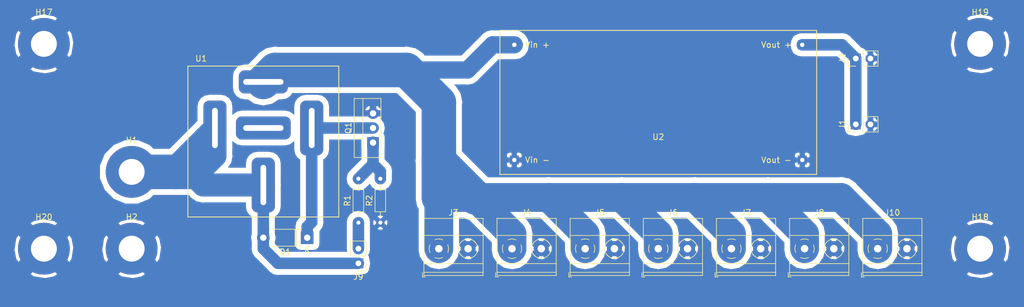
<source format=kicad_pcb>
(kicad_pcb (version 20171130) (host pcbnew "(5.0.2)-1")

  (general
    (thickness 1.6)
    (drawings 0)
    (tracks 54)
    (zones 0)
    (modules 22)
    (nets 9)
  )

  (page A4)
  (layers
    (0 F.Cu signal)
    (31 B.Cu signal)
    (32 B.Adhes user)
    (33 F.Adhes user)
    (34 B.Paste user)
    (35 F.Paste user)
    (36 B.SilkS user)
    (37 F.SilkS user)
    (38 B.Mask user)
    (39 F.Mask user)
    (40 Dwgs.User user)
    (41 Cmts.User user)
    (42 Eco1.User user)
    (43 Eco2.User user)
    (44 Edge.Cuts user)
    (45 Margin user)
    (46 B.CrtYd user)
    (47 F.CrtYd user)
    (48 B.Fab user)
    (49 F.Fab user)
  )

  (setup
    (last_trace_width 6)
    (user_trace_width 1)
    (user_trace_width 2)
    (user_trace_width 3)
    (user_trace_width 4)
    (user_trace_width 5)
    (user_trace_width 6)
    (user_trace_width 8)
    (user_trace_width 10)
    (trace_clearance 0.2)
    (zone_clearance 1)
    (zone_45_only yes)
    (trace_min 0.2)
    (segment_width 0.2)
    (edge_width 0.2)
    (via_size 0.8)
    (via_drill 0.4)
    (via_min_size 0.4)
    (via_min_drill 0.3)
    (uvia_size 0.3)
    (uvia_drill 0.1)
    (uvias_allowed no)
    (uvia_min_size 0.2)
    (uvia_min_drill 0.1)
    (pcb_text_width 0.3)
    (pcb_text_size 1.5 1.5)
    (mod_edge_width 0.15)
    (mod_text_size 1 1)
    (mod_text_width 0.15)
    (pad_size 4 9.5)
    (pad_drill 1)
    (pad_to_mask_clearance 0)
    (solder_mask_min_width 0.25)
    (aux_axis_origin 0 0)
    (visible_elements 7FFFFFFF)
    (pcbplotparams
      (layerselection 0x010fc_ffffffff)
      (usegerberextensions false)
      (usegerberattributes false)
      (usegerberadvancedattributes false)
      (creategerberjobfile false)
      (excludeedgelayer true)
      (linewidth 0.100000)
      (plotframeref false)
      (viasonmask false)
      (mode 1)
      (useauxorigin false)
      (hpglpennumber 1)
      (hpglpenspeed 20)
      (hpglpendiameter 15.000000)
      (psnegative false)
      (psa4output false)
      (plotreference true)
      (plotvalue true)
      (plotinvisibletext false)
      (padsonsilk false)
      (subtractmaskfromsilk false)
      (outputformat 4)
      (mirror false)
      (drillshape 0)
      (scaleselection 1)
      (outputdirectory ""))
  )

  (net 0 "")
  (net 1 "Net-(D1-Pad1)")
  (net 2 "Net-(D1-Pad2)")
  (net 3 "Net-(J9-Pad2)")
  (net 4 "Net-(Q1-Pad1)")
  (net 5 GND)
  (net 6 "Net-(U1-Pad87a)")
  (net 7 "Net-(J1-Pad1)")
  (net 8 "Net-(J10-Pad1)")

  (net_class Default "To jest domyślna klasa połączeń."
    (clearance 0.2)
    (trace_width 0.25)
    (via_dia 0.8)
    (via_drill 0.4)
    (uvia_dia 0.3)
    (uvia_drill 0.1)
    (add_net GND)
    (add_net "Net-(D1-Pad1)")
    (add_net "Net-(D1-Pad2)")
    (add_net "Net-(J1-Pad1)")
    (add_net "Net-(J10-Pad1)")
    (add_net "Net-(J9-Pad2)")
    (add_net "Net-(Q1-Pad1)")
    (add_net "Net-(U1-Pad87a)")
  )

  (module TerminalBlock_Phoenix:TerminalBlock_Phoenix_MKDS-1,5-2-5.08_1x02_P5.08mm_Horizontal (layer F.Cu) (tedit 5B294EBC) (tstamp 5C839052)
    (at 182.88 109.22)
    (descr "Terminal Block Phoenix MKDS-1,5-2-5.08, 2 pins, pitch 5.08mm, size 10.2x9.8mm^2, drill diamater 1.3mm, pad diameter 2.6mm, see http://www.farnell.com/datasheets/100425.pdf, script-generated using https://github.com/pointhi/kicad-footprint-generator/scripts/TerminalBlock_Phoenix")
    (tags "THT Terminal Block Phoenix MKDS-1,5-2-5.08 pitch 5.08mm size 10.2x9.8mm^2 drill 1.3mm pad 2.6mm")
    (path /5C776FC6)
    (fp_text reference J7 (at 2.54 -6.26) (layer F.SilkS)
      (effects (font (size 1 1) (thickness 0.15)))
    )
    (fp_text value M5 (at 2.54 5.66) (layer F.Fab)
      (effects (font (size 1 1) (thickness 0.15)))
    )
    (fp_arc (start 0 0) (end 0 1.68) (angle -24) (layer F.SilkS) (width 0.12))
    (fp_arc (start 0 0) (end 1.535 0.684) (angle -48) (layer F.SilkS) (width 0.12))
    (fp_arc (start 0 0) (end 0.684 -1.535) (angle -48) (layer F.SilkS) (width 0.12))
    (fp_arc (start 0 0) (end -1.535 -0.684) (angle -48) (layer F.SilkS) (width 0.12))
    (fp_arc (start 0 0) (end -0.684 1.535) (angle -25) (layer F.SilkS) (width 0.12))
    (fp_circle (center 0 0) (end 1.5 0) (layer F.Fab) (width 0.1))
    (fp_circle (center 5.08 0) (end 6.58 0) (layer F.Fab) (width 0.1))
    (fp_circle (center 5.08 0) (end 6.76 0) (layer F.SilkS) (width 0.12))
    (fp_line (start -2.54 -5.2) (end 7.62 -5.2) (layer F.Fab) (width 0.1))
    (fp_line (start 7.62 -5.2) (end 7.62 4.6) (layer F.Fab) (width 0.1))
    (fp_line (start 7.62 4.6) (end -2.04 4.6) (layer F.Fab) (width 0.1))
    (fp_line (start -2.04 4.6) (end -2.54 4.1) (layer F.Fab) (width 0.1))
    (fp_line (start -2.54 4.1) (end -2.54 -5.2) (layer F.Fab) (width 0.1))
    (fp_line (start -2.54 4.1) (end 7.62 4.1) (layer F.Fab) (width 0.1))
    (fp_line (start -2.6 4.1) (end 7.68 4.1) (layer F.SilkS) (width 0.12))
    (fp_line (start -2.54 2.6) (end 7.62 2.6) (layer F.Fab) (width 0.1))
    (fp_line (start -2.6 2.6) (end 7.68 2.6) (layer F.SilkS) (width 0.12))
    (fp_line (start -2.54 -2.3) (end 7.62 -2.3) (layer F.Fab) (width 0.1))
    (fp_line (start -2.6 -2.301) (end 7.68 -2.301) (layer F.SilkS) (width 0.12))
    (fp_line (start -2.6 -5.261) (end 7.68 -5.261) (layer F.SilkS) (width 0.12))
    (fp_line (start -2.6 4.66) (end 7.68 4.66) (layer F.SilkS) (width 0.12))
    (fp_line (start -2.6 -5.261) (end -2.6 4.66) (layer F.SilkS) (width 0.12))
    (fp_line (start 7.68 -5.261) (end 7.68 4.66) (layer F.SilkS) (width 0.12))
    (fp_line (start 1.138 -0.955) (end -0.955 1.138) (layer F.Fab) (width 0.1))
    (fp_line (start 0.955 -1.138) (end -1.138 0.955) (layer F.Fab) (width 0.1))
    (fp_line (start 6.218 -0.955) (end 4.126 1.138) (layer F.Fab) (width 0.1))
    (fp_line (start 6.035 -1.138) (end 3.943 0.955) (layer F.Fab) (width 0.1))
    (fp_line (start 6.355 -1.069) (end 6.308 -1.023) (layer F.SilkS) (width 0.12))
    (fp_line (start 4.046 1.239) (end 4.011 1.274) (layer F.SilkS) (width 0.12))
    (fp_line (start 6.15 -1.275) (end 6.115 -1.239) (layer F.SilkS) (width 0.12))
    (fp_line (start 3.853 1.023) (end 3.806 1.069) (layer F.SilkS) (width 0.12))
    (fp_line (start -2.84 4.16) (end -2.84 4.9) (layer F.SilkS) (width 0.12))
    (fp_line (start -2.84 4.9) (end -2.34 4.9) (layer F.SilkS) (width 0.12))
    (fp_line (start -3.04 -5.71) (end -3.04 5.1) (layer F.CrtYd) (width 0.05))
    (fp_line (start -3.04 5.1) (end 8.13 5.1) (layer F.CrtYd) (width 0.05))
    (fp_line (start 8.13 5.1) (end 8.13 -5.71) (layer F.CrtYd) (width 0.05))
    (fp_line (start 8.13 -5.71) (end -3.04 -5.71) (layer F.CrtYd) (width 0.05))
    (fp_text user %R (at 2.54 3.2) (layer F.Fab)
      (effects (font (size 1 1) (thickness 0.15)))
    )
    (pad 1 thru_hole rect (at 0 0) (size 2.6 2.6) (drill 1.3) (layers *.Cu *.Mask)
      (net 8 "Net-(J10-Pad1)"))
    (pad 2 thru_hole circle (at 5.08 0) (size 2.6 2.6) (drill 1.3) (layers *.Cu *.Mask)
      (net 5 GND))
    (model ${KISYS3DMOD}/TerminalBlock_Phoenix.3dshapes/TerminalBlock_Phoenix_MKDS-1,5-2-5.08_1x02_P5.08mm_Horizontal.wrl
      (at (xyz 0 0 0))
      (scale (xyz 1 1 1))
      (rotate (xyz 0 0 0))
    )
  )

  (module Resistor_THT:R_Axial_DIN0204_L3.6mm_D1.6mm_P7.62mm_Horizontal (layer F.Cu) (tedit 5AE5139B) (tstamp 5C771C1D)
    (at 118.11 104.695 90)
    (descr "Resistor, Axial_DIN0204 series, Axial, Horizontal, pin pitch=7.62mm, 0.167W, length*diameter=3.6*1.6mm^2, http://cdn-reichelt.de/documents/datenblatt/B400/1_4W%23YAG.pdf")
    (tags "Resistor Axial_DIN0204 series Axial Horizontal pin pitch 7.62mm 0.167W length 3.6mm diameter 1.6mm")
    (path /5C775E48)
    (fp_text reference R1 (at 3.81 -1.92 90) (layer F.SilkS)
      (effects (font (size 1 1) (thickness 0.15)))
    )
    (fp_text value 330 (at 3.81 1.92 90) (layer F.Fab)
      (effects (font (size 1 1) (thickness 0.15)))
    )
    (fp_line (start 2.01 -0.8) (end 2.01 0.8) (layer F.Fab) (width 0.1))
    (fp_line (start 2.01 0.8) (end 5.61 0.799999) (layer F.Fab) (width 0.1))
    (fp_line (start 5.61 0.799999) (end 5.61 -0.799999) (layer F.Fab) (width 0.1))
    (fp_line (start 5.61 -0.799999) (end 2.01 -0.8) (layer F.Fab) (width 0.1))
    (fp_line (start 0 0) (end 2.010001 0) (layer F.Fab) (width 0.1))
    (fp_line (start 7.62 0) (end 5.61 0) (layer F.Fab) (width 0.1))
    (fp_line (start 1.89 -0.92) (end 1.89 0.92) (layer F.SilkS) (width 0.12))
    (fp_line (start 1.89 0.92) (end 5.73 0.92) (layer F.SilkS) (width 0.12))
    (fp_line (start 5.73 0.92) (end 5.73 -0.92) (layer F.SilkS) (width 0.12))
    (fp_line (start 5.73 -0.92) (end 1.89 -0.92) (layer F.SilkS) (width 0.12))
    (fp_line (start 0.939999 0) (end 1.89 0) (layer F.SilkS) (width 0.12))
    (fp_line (start 6.68 0) (end 5.73 0) (layer F.SilkS) (width 0.12))
    (fp_line (start -0.95 -1.050001) (end -0.95 1.050001) (layer F.CrtYd) (width 0.05))
    (fp_line (start -0.95 1.050001) (end 8.57 1.05) (layer F.CrtYd) (width 0.05))
    (fp_line (start 8.57 1.05) (end 8.57 -1.05) (layer F.CrtYd) (width 0.05))
    (fp_line (start 8.57 -1.05) (end -0.95 -1.050001) (layer F.CrtYd) (width 0.05))
    (fp_text user %R (at 3.81 0 90) (layer F.Fab)
      (effects (font (size 0.72 0.72) (thickness 0.108)))
    )
    (pad 1 thru_hole circle (at 0 0 90) (size 1.4 1.4) (drill 0.7) (layers *.Cu *.Mask)
      (net 3 "Net-(J9-Pad2)"))
    (pad 2 thru_hole oval (at 7.62 0 90) (size 1.4 1.4) (drill 0.7) (layers *.Cu *.Mask)
      (net 4 "Net-(Q1-Pad1)"))
    (model ${KISYS3DMOD}/Resistor_THT.3dshapes/R_Axial_DIN0204_L3.6mm_D1.6mm_P7.62mm_Horizontal.wrl
      (at (xyz 0 0 0))
      (scale (xyz 1 1 1))
      (rotate (xyz 0 0 0))
    )
  )

  (module "Custom Relay:xl4015" (layer F.Cu) (tedit 5C76F3B5) (tstamp 5CA82464)
    (at 170.18 83.82)
    (path /5C7731D3)
    (fp_text reference U2 (at 0 6) (layer F.SilkS)
      (effects (font (size 1 1) (thickness 0.15)))
    )
    (fp_text value xl4015 (at 0 -0.5) (layer F.Fab)
      (effects (font (size 1 1) (thickness 0.15)))
    )
    (fp_line (start -27.5 -12.5) (end 27.5 -12.5) (layer F.SilkS) (width 0.15))
    (fp_line (start 27.5 -12.5) (end 27.5 12.5) (layer F.SilkS) (width 0.15))
    (fp_line (start 27.5 12.5) (end -27.5 12.5) (layer F.SilkS) (width 0.15))
    (fp_line (start -27.5 12.5) (end -27.5 -12.5) (layer F.SilkS) (width 0.15))
    (fp_text user "Vin +" (at -21 -10) (layer F.SilkS)
      (effects (font (size 1 1) (thickness 0.15)))
    )
    (fp_text user "Vin -" (at -21 10) (layer F.SilkS)
      (effects (font (size 1 1) (thickness 0.15)))
    )
    (fp_text user "Vout -" (at 20.5 10) (layer F.SilkS)
      (effects (font (size 1 1) (thickness 0.15)))
    )
    (fp_text user "Vout +" (at 20.5 -10) (layer F.SilkS)
      (effects (font (size 1 1) (thickness 0.15)))
    )
    (pad 1 thru_hole rect (at -25 -10) (size 1.524 1.524) (drill 0.762) (layers *.Cu *.Mask)
      (net 8 "Net-(J10-Pad1)"))
    (pad 2 thru_hole rect (at -25 10) (size 1.524 1.524) (drill 0.762) (layers *.Cu *.Mask)
      (net 5 GND))
    (pad 3 thru_hole rect (at 25 -10) (size 1.524 1.524) (drill 0.762) (layers *.Cu *.Mask)
      (net 7 "Net-(J1-Pad1)"))
    (pad 4 thru_hole rect (at 25 10) (size 1.524 1.524) (drill 0.762) (layers *.Cu *.Mask)
      (net 5 GND))
  )

  (module "Custom Relay:HFV7A_012ZST" (layer F.Cu) (tedit 5C76AD6D) (tstamp 5C771C55)
    (at 101.6 88.265)
    (path /5C774D45)
    (fp_text reference U1 (at -10.795 -12.065) (layer F.SilkS)
      (effects (font (size 1 1) (thickness 0.15)))
    )
    (fp_text value HFV7A_012ZST (at -7.62 16.51) (layer F.Fab)
      (effects (font (size 1 1) (thickness 0.15)))
    )
    (fp_line (start -13.1 15.45) (end -13.1 -10.75) (layer F.SilkS) (width 0.15))
    (fp_line (start 13.1 15.45) (end -13.1 15.45) (layer F.SilkS) (width 0.15))
    (fp_line (start 13.1 -10.75) (end 13.1 15.45) (layer F.SilkS) (width 0.15))
    (fp_line (start -13.1 -10.75) (end 13.1 -10.75) (layer F.SilkS) (width 0.15))
    (pad 87 thru_hole roundrect (at 0 -8 90) (size 4 8.5) (drill oval 1 7) (layers *.Cu *.Mask) (roundrect_rratio 0.25)
      (net 8 "Net-(J10-Pad1)"))
    (pad 87a thru_hole roundrect (at 0 0 90) (size 4 9.5) (drill oval 1 7) (layers *.Cu *.Mask) (roundrect_rratio 0.25)
      (net 6 "Net-(U1-Pad87a)"))
    (pad 85 thru_hole roundrect (at 8.4 0) (size 4 9.5) (drill oval 1 7) (layers *.Cu *.Mask) (roundrect_rratio 0.25)
      (net 1 "Net-(D1-Pad1)"))
    (pad 30 thru_hole roundrect (at -8.4 0) (size 4 9.5) (drill oval 1 7) (layers *.Cu *.Mask) (roundrect_rratio 0.25)
      (net 2 "Net-(D1-Pad2)"))
    (pad 86 thru_hole roundrect (at 0 9.9) (size 4 9.5) (drill oval 1 7) (layers *.Cu *.Mask) (roundrect_rratio 0.25)
      (net 2 "Net-(D1-Pad2)"))
  )

  (module Connector_PinHeader_2.54mm:PinHeader_1x02_P2.54mm_Vertical (layer F.Cu) (tedit 59FED5CC) (tstamp 5C771BDD)
    (at 118.11 111.76 180)
    (descr "Through hole straight pin header, 1x02, 2.54mm pitch, single row")
    (tags "Through hole pin header THT 1x02 2.54mm single row")
    (path /5C7C1F10)
    (fp_text reference J9 (at 0 -2.33 180) (layer F.SilkS)
      (effects (font (size 1 1) (thickness 0.15)))
    )
    (fp_text value "Reed switch" (at 0 4.87 180) (layer F.Fab)
      (effects (font (size 1 1) (thickness 0.15)))
    )
    (fp_text user %R (at 0 0.362999 270) (layer F.Fab)
      (effects (font (size 1 1) (thickness 0.15)))
    )
    (fp_line (start 1.8 -1.8) (end -1.8 -1.8) (layer F.CrtYd) (width 0.05))
    (fp_line (start 1.8 4.35) (end 1.8 -1.8) (layer F.CrtYd) (width 0.05))
    (fp_line (start -1.8 4.35) (end 1.8 4.35) (layer F.CrtYd) (width 0.05))
    (fp_line (start -1.8 -1.8) (end -1.8 4.35) (layer F.CrtYd) (width 0.05))
    (fp_line (start -1.33 -1.33) (end 0 -1.33) (layer F.SilkS) (width 0.12))
    (fp_line (start -1.33 0) (end -1.33 -1.33) (layer F.SilkS) (width 0.12))
    (fp_line (start -1.33 1.27) (end 1.33 1.27) (layer F.SilkS) (width 0.12))
    (fp_line (start 1.33 1.27) (end 1.33 3.87) (layer F.SilkS) (width 0.12))
    (fp_line (start -1.33 1.27) (end -1.33 3.87) (layer F.SilkS) (width 0.12))
    (fp_line (start -1.33 3.87) (end 1.33 3.87) (layer F.SilkS) (width 0.12))
    (fp_line (start -1.27 -0.635) (end -0.635 -1.27) (layer F.Fab) (width 0.1))
    (fp_line (start -1.27 3.81) (end -1.27 -0.635) (layer F.Fab) (width 0.1))
    (fp_line (start 1.27 3.81) (end -1.27 3.81) (layer F.Fab) (width 0.1))
    (fp_line (start 1.27 -1.27) (end 1.27 3.81) (layer F.Fab) (width 0.1))
    (fp_line (start -0.635 -1.27) (end 1.27 -1.27) (layer F.Fab) (width 0.1))
    (pad 2 thru_hole oval (at 0 2.54 180) (size 1.7 1.7) (drill 1) (layers *.Cu *.Mask)
      (net 3 "Net-(J9-Pad2)"))
    (pad 1 thru_hole rect (at 0 0 180) (size 1.7 1.7) (drill 1) (layers *.Cu *.Mask)
      (net 2 "Net-(D1-Pad2)"))
    (model ${KISYS3DMOD}/Connector_PinHeader_2.54mm.3dshapes/PinHeader_1x02_P2.54mm_Vertical.wrl
      (at (xyz 0 0 0))
      (scale (xyz 1 1 1))
      (rotate (xyz 0 0 0))
    )
  )

  (module Diode_THT:D_DO-41_SOD81_P7.62mm_Horizontal (layer F.Cu) (tedit 5AE50CD5) (tstamp 5C771B8C)
    (at 109.22 107.315 180)
    (descr "Diode, DO-41_SOD81 series, Axial, Horizontal, pin pitch=7.62mm, , length*diameter=5.2*2.7mm^2, , http://www.diodes.com/_files/packages/DO-41%20(Plastic).pdf")
    (tags "Diode DO-41_SOD81 series Axial Horizontal pin pitch 7.62mm  length 5.2mm diameter 2.7mm")
    (path /5C775EAB)
    (fp_text reference D1 (at 3.81 -2.47 180) (layer F.SilkS)
      (effects (font (size 1 1) (thickness 0.15)))
    )
    (fp_text value DIODE (at 3.81 2.47 180) (layer F.Fab)
      (effects (font (size 1 1) (thickness 0.15)))
    )
    (fp_text user K (at 0 -2.1 180) (layer F.SilkS)
      (effects (font (size 1 1) (thickness 0.15)))
    )
    (fp_text user K (at 0 -2.1 180) (layer F.Fab)
      (effects (font (size 1 1) (thickness 0.15)))
    )
    (fp_text user %R (at 4.572 0 180) (layer F.Fab)
      (effects (font (size 1 1) (thickness 0.15)))
    )
    (fp_line (start 8.97 -1.6) (end -1.35 -1.6) (layer F.CrtYd) (width 0.05))
    (fp_line (start 8.97 1.6) (end 8.97 -1.6) (layer F.CrtYd) (width 0.05))
    (fp_line (start -1.35 1.6) (end 8.97 1.6) (layer F.CrtYd) (width 0.05))
    (fp_line (start -1.35 -1.6) (end -1.35 1.6) (layer F.CrtYd) (width 0.05))
    (fp_line (start 1.87 -1.47) (end 1.87 1.47) (layer F.SilkS) (width 0.12))
    (fp_line (start 2.11 -1.47) (end 2.11 1.47) (layer F.SilkS) (width 0.12))
    (fp_line (start 1.99 -1.47) (end 1.99 1.47) (layer F.SilkS) (width 0.12))
    (fp_line (start 6.53 1.47) (end 6.53 1.34) (layer F.SilkS) (width 0.12))
    (fp_line (start 1.09 1.47) (end 6.53 1.47) (layer F.SilkS) (width 0.12))
    (fp_line (start 1.09 1.34) (end 1.09 1.47) (layer F.SilkS) (width 0.12))
    (fp_line (start 6.53 -1.47) (end 6.53 -1.34) (layer F.SilkS) (width 0.12))
    (fp_line (start 1.09 -1.47) (end 6.53 -1.47) (layer F.SilkS) (width 0.12))
    (fp_line (start 1.09 -1.34) (end 1.09 -1.47) (layer F.SilkS) (width 0.12))
    (fp_line (start 1.89 -1.35) (end 1.89 1.35) (layer F.Fab) (width 0.1))
    (fp_line (start 2.09 -1.35) (end 2.09 1.35) (layer F.Fab) (width 0.1))
    (fp_line (start 1.99 -1.35) (end 1.99 1.35) (layer F.Fab) (width 0.1))
    (fp_line (start 7.62 0) (end 6.41 0) (layer F.Fab) (width 0.1))
    (fp_line (start 0 0) (end 1.21 0) (layer F.Fab) (width 0.1))
    (fp_line (start 6.41 -1.35) (end 1.21 -1.35) (layer F.Fab) (width 0.1))
    (fp_line (start 6.41 1.35) (end 6.41 -1.35) (layer F.Fab) (width 0.1))
    (fp_line (start 1.21 1.35) (end 6.41 1.35) (layer F.Fab) (width 0.1))
    (fp_line (start 1.21 -1.35) (end 1.21 1.35) (layer F.Fab) (width 0.1))
    (pad 2 thru_hole oval (at 7.62 0 180) (size 2.2 2.2) (drill 1.1) (layers *.Cu *.Mask)
      (net 2 "Net-(D1-Pad2)"))
    (pad 1 thru_hole rect (at 0 0 180) (size 2.2 2.2) (drill 1.1) (layers *.Cu *.Mask)
      (net 1 "Net-(D1-Pad1)"))
    (model ${KISYS3DMOD}/Diode_THT.3dshapes/D_DO-41_SOD81_P7.62mm_Horizontal.wrl
      (at (xyz 0 0 0))
      (scale (xyz 1 1 1))
      (rotate (xyz 0 0 0))
    )
  )

  (module Package_TO_SOT_THT:TO-220-3_Vertical (layer F.Cu) (tedit 5AC8BA0D) (tstamp 5C771C86)
    (at 120.65 90.805 90)
    (descr "TO-220-3, Vertical, RM 2.54mm, see https://www.vishay.com/docs/66542/to-220-1.pdf")
    (tags "TO-220-3 Vertical RM 2.54mm")
    (path /5C775C67)
    (fp_text reference Q1 (at 2.54 -4.27 90) (layer F.SilkS)
      (effects (font (size 1 1) (thickness 0.15)))
    )
    (fp_text value Q_NMOS_GDS (at 2.54 2.5 90) (layer F.Fab)
      (effects (font (size 1 1) (thickness 0.15)))
    )
    (fp_text user %R (at 2.54 -4.27 90) (layer F.Fab)
      (effects (font (size 1 1) (thickness 0.15)))
    )
    (fp_line (start 7.79 -3.4) (end -2.71 -3.4) (layer F.CrtYd) (width 0.05))
    (fp_line (start 7.79 1.51) (end 7.79 -3.4) (layer F.CrtYd) (width 0.05))
    (fp_line (start -2.71 1.51) (end 7.79 1.51) (layer F.CrtYd) (width 0.05))
    (fp_line (start -2.71 -3.4) (end -2.71 1.51) (layer F.CrtYd) (width 0.05))
    (fp_line (start 4.391 -3.27) (end 4.391 -1.76) (layer F.SilkS) (width 0.12))
    (fp_line (start 0.69 -3.27) (end 0.69 -1.76) (layer F.SilkS) (width 0.12))
    (fp_line (start -2.58 -1.76) (end 7.66 -1.76) (layer F.SilkS) (width 0.12))
    (fp_line (start 7.66 -3.27) (end 7.66 1.371) (layer F.SilkS) (width 0.12))
    (fp_line (start -2.58 -3.27) (end -2.58 1.371) (layer F.SilkS) (width 0.12))
    (fp_line (start -2.58 1.371) (end 7.66 1.371) (layer F.SilkS) (width 0.12))
    (fp_line (start -2.58 -3.27) (end 7.66 -3.27) (layer F.SilkS) (width 0.12))
    (fp_line (start 4.39 -3.15) (end 4.39 -1.88) (layer F.Fab) (width 0.1))
    (fp_line (start 0.69 -3.15) (end 0.69 -1.88) (layer F.Fab) (width 0.1))
    (fp_line (start -2.46 -1.88) (end 7.54 -1.88) (layer F.Fab) (width 0.1))
    (fp_line (start 7.54 -3.15) (end -2.46 -3.15) (layer F.Fab) (width 0.1))
    (fp_line (start 7.54 1.25) (end 7.54 -3.15) (layer F.Fab) (width 0.1))
    (fp_line (start -2.46 1.25) (end 7.54 1.25) (layer F.Fab) (width 0.1))
    (fp_line (start -2.46 -3.15) (end -2.46 1.25) (layer F.Fab) (width 0.1))
    (pad 3 thru_hole oval (at 5.08 0 90) (size 1.905 2) (drill 1.1) (layers *.Cu *.Mask)
      (net 5 GND))
    (pad 2 thru_hole oval (at 2.54 0 90) (size 1.905 2) (drill 1.1) (layers *.Cu *.Mask)
      (net 1 "Net-(D1-Pad1)"))
    (pad 1 thru_hole rect (at 0 0 90) (size 1.905 2) (drill 1.1) (layers *.Cu *.Mask)
      (net 4 "Net-(Q1-Pad1)"))
    (model ${KISYS3DMOD}/Package_TO_SOT_THT.3dshapes/TO-220-3_Vertical.wrl
      (at (xyz 0 0 0))
      (scale (xyz 1 1 1))
      (rotate (xyz 0 0 0))
    )
  )

  (module Resistor_THT:R_Axial_DIN0204_L3.6mm_D1.6mm_P7.62mm_Horizontal (layer F.Cu) (tedit 5AE5139B) (tstamp 5C771CF8)
    (at 121.92 104.695 90)
    (descr "Resistor, Axial_DIN0204 series, Axial, Horizontal, pin pitch=7.62mm, 0.167W, length*diameter=3.6*1.6mm^2, http://cdn-reichelt.de/documents/datenblatt/B400/1_4W%23YAG.pdf")
    (tags "Resistor Axial_DIN0204 series Axial Horizontal pin pitch 7.62mm 0.167W length 3.6mm diameter 1.6mm")
    (path /5C775DB4)
    (fp_text reference R2 (at 3.81 -1.92 90) (layer F.SilkS)
      (effects (font (size 1 1) (thickness 0.15)))
    )
    (fp_text value 100k (at 3.81 1.92 90) (layer F.Fab)
      (effects (font (size 1 1) (thickness 0.15)))
    )
    (fp_text user %R (at 3.81 0 90) (layer F.Fab)
      (effects (font (size 0.72 0.72) (thickness 0.108)))
    )
    (fp_line (start 8.57 -1.05) (end -0.95 -1.05) (layer F.CrtYd) (width 0.05))
    (fp_line (start 8.57 1.05) (end 8.57 -1.05) (layer F.CrtYd) (width 0.05))
    (fp_line (start -0.95 1.05) (end 8.57 1.05) (layer F.CrtYd) (width 0.05))
    (fp_line (start -0.95 -1.05) (end -0.95 1.05) (layer F.CrtYd) (width 0.05))
    (fp_line (start 6.68 0) (end 5.73 0) (layer F.SilkS) (width 0.12))
    (fp_line (start 0.94 0) (end 1.89 0) (layer F.SilkS) (width 0.12))
    (fp_line (start 5.73 -0.92) (end 1.89 -0.92) (layer F.SilkS) (width 0.12))
    (fp_line (start 5.73 0.92) (end 5.73 -0.92) (layer F.SilkS) (width 0.12))
    (fp_line (start 1.89 0.92) (end 5.73 0.92) (layer F.SilkS) (width 0.12))
    (fp_line (start 1.89 -0.92) (end 1.89 0.92) (layer F.SilkS) (width 0.12))
    (fp_line (start 7.62 0) (end 5.61 0) (layer F.Fab) (width 0.1))
    (fp_line (start 0 0) (end 2.01 0) (layer F.Fab) (width 0.1))
    (fp_line (start 5.61 -0.8) (end 2.01 -0.8) (layer F.Fab) (width 0.1))
    (fp_line (start 5.61 0.8) (end 5.61 -0.8) (layer F.Fab) (width 0.1))
    (fp_line (start 2.01 0.8) (end 5.61 0.8) (layer F.Fab) (width 0.1))
    (fp_line (start 2.01 -0.8) (end 2.01 0.8) (layer F.Fab) (width 0.1))
    (pad 2 thru_hole oval (at 7.62 0 90) (size 1.4 1.4) (drill 0.7) (layers *.Cu *.Mask)
      (net 4 "Net-(Q1-Pad1)"))
    (pad 1 thru_hole circle (at 0 0 90) (size 1.4 1.4) (drill 0.7) (layers *.Cu *.Mask)
      (net 5 GND))
    (model ${KISYS3DMOD}/Resistor_THT.3dshapes/R_Axial_DIN0204_L3.6mm_D1.6mm_P7.62mm_Horizontal.wrl
      (at (xyz 0 0 0))
      (scale (xyz 1 1 1))
      (rotate (xyz 0 0 0))
    )
  )

  (module MountingHole:MountingHole_4.5mm_Pad (layer F.Cu) (tedit 56D1B4CB) (tstamp 5C771CBF)
    (at 78.74 95.885)
    (descr "Mounting Hole 4.5mm")
    (tags "mounting hole 4.5mm")
    (path /5C7D853A)
    (attr virtual)
    (fp_text reference H1 (at 0 -5.5) (layer F.SilkS)
      (effects (font (size 1 1) (thickness 0.15)))
    )
    (fp_text value PowerIn_P (at 0 5.5) (layer F.Fab)
      (effects (font (size 1 1) (thickness 0.15)))
    )
    (fp_circle (center 0 0) (end 4.75 0) (layer F.CrtYd) (width 0.05))
    (fp_circle (center 0 0) (end 4.5 0) (layer Cmts.User) (width 0.15))
    (fp_text user %R (at 0.3 0) (layer F.Fab)
      (effects (font (size 1 1) (thickness 0.15)))
    )
    (pad 1 thru_hole circle (at 0 0) (size 9 9) (drill 4.5) (layers *.Cu *.Mask)
      (net 2 "Net-(D1-Pad2)"))
  )

  (module MountingHole:MountingHole_4.5mm_Pad (layer F.Cu) (tedit 56D1B4CB) (tstamp 5C773475)
    (at 78.74 109.22)
    (descr "Mounting Hole 4.5mm")
    (tags "mounting hole 4.5mm")
    (path /5C7D8660)
    (attr virtual)
    (fp_text reference H2 (at 0 -5.5) (layer F.SilkS)
      (effects (font (size 1 1) (thickness 0.15)))
    )
    (fp_text value PowerIn_N (at 0 5.5) (layer F.Fab)
      (effects (font (size 1 1) (thickness 0.15)))
    )
    (fp_circle (center 0 0) (end 4.75 0) (layer F.CrtYd) (width 0.05))
    (fp_circle (center 0 0) (end 4.5 0) (layer Cmts.User) (width 0.15))
    (fp_text user %R (at 0.3 0) (layer F.Fab)
      (effects (font (size 1 1) (thickness 0.15)))
    )
    (pad 1 thru_hole circle (at 0 0) (size 9 9) (drill 4.5) (layers *.Cu *.Mask)
      (net 5 GND))
  )

  (module MountingHole:MountingHole_4.5mm_Pad (layer F.Cu) (tedit 56D1B4CB) (tstamp 5CA825A5)
    (at 63.5 73.66)
    (descr "Mounting Hole 4.5mm")
    (tags "mounting hole 4.5mm")
    (path /5C7DB0B3)
    (attr virtual)
    (fp_text reference H17 (at 0 -5.5) (layer F.SilkS)
      (effects (font (size 1 1) (thickness 0.15)))
    )
    (fp_text value MountingHole (at 0 5.5) (layer F.Fab)
      (effects (font (size 1 1) (thickness 0.15)))
    )
    (fp_circle (center 0 0) (end 4.75 0) (layer F.CrtYd) (width 0.05))
    (fp_circle (center 0 0) (end 4.5 0) (layer Cmts.User) (width 0.15))
    (fp_text user %R (at 0.3 0) (layer F.Fab)
      (effects (font (size 1 1) (thickness 0.15)))
    )
    (pad 1 thru_hole circle (at 0 0) (size 9 9) (drill 4.5) (layers *.Cu *.Mask)
      (net 5 GND))
  )

  (module MountingHole:MountingHole_4.5mm_Pad (layer F.Cu) (tedit 56D1B4CB) (tstamp 5C839B23)
    (at 226.06 109.22)
    (descr "Mounting Hole 4.5mm")
    (tags "mounting hole 4.5mm")
    (path /5C7DC525)
    (attr virtual)
    (fp_text reference H18 (at 0 -5.5) (layer F.SilkS)
      (effects (font (size 1 1) (thickness 0.15)))
    )
    (fp_text value MountingHole (at 0 5.5) (layer F.Fab)
      (effects (font (size 1 1) (thickness 0.15)))
    )
    (fp_text user %R (at 0.3 0) (layer F.Fab)
      (effects (font (size 1 1) (thickness 0.15)))
    )
    (fp_circle (center 0 0) (end 4.5 0) (layer Cmts.User) (width 0.15))
    (fp_circle (center 0 0) (end 4.75 0) (layer F.CrtYd) (width 0.05))
    (pad 1 thru_hole circle (at 0 0) (size 9 9) (drill 4.5) (layers *.Cu *.Mask)
      (net 5 GND))
  )

  (module MountingHole:MountingHole_4.5mm_Pad (layer F.Cu) (tedit 56D1B4CB) (tstamp 5C9C57A0)
    (at 226.06 73.66)
    (descr "Mounting Hole 4.5mm")
    (tags "mounting hole 4.5mm")
    (path /5C7DC573)
    (attr virtual)
    (fp_text reference H19 (at 0 -5.5) (layer F.SilkS)
      (effects (font (size 1 1) (thickness 0.15)))
    )
    (fp_text value MountingHole (at 0 5.5) (layer F.Fab)
      (effects (font (size 1 1) (thickness 0.15)))
    )
    (fp_circle (center 0 0) (end 4.75 0) (layer F.CrtYd) (width 0.05))
    (fp_circle (center 0 0) (end 4.5 0) (layer Cmts.User) (width 0.15))
    (fp_text user %R (at 0.3 0) (layer F.Fab)
      (effects (font (size 1 1) (thickness 0.15)))
    )
    (pad 1 thru_hole circle (at 0 0) (size 9 9) (drill 4.5) (layers *.Cu *.Mask)
      (net 5 GND))
  )

  (module MountingHole:MountingHole_4.5mm_Pad (layer F.Cu) (tedit 56D1B4CB) (tstamp 5C9C57A8)
    (at 63.5 109.22)
    (descr "Mounting Hole 4.5mm")
    (tags "mounting hole 4.5mm")
    (path /5C7DC5BF)
    (attr virtual)
    (fp_text reference H20 (at 0 -5.5) (layer F.SilkS)
      (effects (font (size 1 1) (thickness 0.15)))
    )
    (fp_text value MountingHole (at 0 5.5) (layer F.Fab)
      (effects (font (size 1 1) (thickness 0.15)))
    )
    (fp_text user %R (at 0.3 0) (layer F.Fab)
      (effects (font (size 1 1) (thickness 0.15)))
    )
    (fp_circle (center 0 0) (end 4.5 0) (layer Cmts.User) (width 0.15))
    (fp_circle (center 0 0) (end 4.75 0) (layer F.CrtYd) (width 0.05))
    (pad 1 thru_hole circle (at 0 0) (size 9 9) (drill 4.5) (layers *.Cu *.Mask)
      (net 5 GND))
  )

  (module Connector_PinHeader_2.54mm:PinHeader_1x02_P2.54mm_Vertical (layer F.Cu) (tedit 59FED5CC) (tstamp 5C8FB895)
    (at 204.47 87.63 90)
    (descr "Through hole straight pin header, 1x02, 2.54mm pitch, single row")
    (tags "Through hole pin header THT 1x02 2.54mm single row")
    (path /5C778AB5)
    (fp_text reference J1 (at 0 -2.33 90) (layer F.SilkS)
      (effects (font (size 1 1) (thickness 0.15)))
    )
    (fp_text value RPi (at 0 4.87 90) (layer F.Fab)
      (effects (font (size 1 1) (thickness 0.15)))
    )
    (fp_text user %R (at 0 1.27 180) (layer F.Fab)
      (effects (font (size 1 1) (thickness 0.15)))
    )
    (fp_line (start 1.8 -1.8) (end -1.8 -1.8) (layer F.CrtYd) (width 0.05))
    (fp_line (start 1.8 4.35) (end 1.8 -1.8) (layer F.CrtYd) (width 0.05))
    (fp_line (start -1.8 4.35) (end 1.8 4.35) (layer F.CrtYd) (width 0.05))
    (fp_line (start -1.8 -1.8) (end -1.8 4.35) (layer F.CrtYd) (width 0.05))
    (fp_line (start -1.33 -1.33) (end 0 -1.33) (layer F.SilkS) (width 0.12))
    (fp_line (start -1.33 0) (end -1.33 -1.33) (layer F.SilkS) (width 0.12))
    (fp_line (start -1.33 1.27) (end 1.33 1.27) (layer F.SilkS) (width 0.12))
    (fp_line (start 1.33 1.27) (end 1.33 3.87) (layer F.SilkS) (width 0.12))
    (fp_line (start -1.33 1.27) (end -1.33 3.87) (layer F.SilkS) (width 0.12))
    (fp_line (start -1.33 3.87) (end 1.33 3.87) (layer F.SilkS) (width 0.12))
    (fp_line (start -1.27 -0.635) (end -0.635 -1.27) (layer F.Fab) (width 0.1))
    (fp_line (start -1.27 3.81) (end -1.27 -0.635) (layer F.Fab) (width 0.1))
    (fp_line (start 1.27 3.81) (end -1.27 3.81) (layer F.Fab) (width 0.1))
    (fp_line (start 1.27 -1.27) (end 1.27 3.81) (layer F.Fab) (width 0.1))
    (fp_line (start -0.635 -1.27) (end 1.27 -1.27) (layer F.Fab) (width 0.1))
    (pad 2 thru_hole oval (at 0 2.54 90) (size 1.7 1.7) (drill 1) (layers *.Cu *.Mask)
      (net 5 GND))
    (pad 1 thru_hole rect (at 0 0 90) (size 1.7 1.7) (drill 1) (layers *.Cu *.Mask)
      (net 7 "Net-(J1-Pad1)"))
    (model ${KISYS3DMOD}/Connector_PinHeader_2.54mm.3dshapes/PinHeader_1x02_P2.54mm_Vertical.wrl
      (at (xyz 0 0 0))
      (scale (xyz 1 1 1))
      (rotate (xyz 0 0 0))
    )
  )

  (module Connector_PinHeader_2.54mm:PinHeader_1x02_P2.54mm_Vertical (layer F.Cu) (tedit 59FED5CC) (tstamp 5C8FB8AB)
    (at 204.47 76.2 90)
    (descr "Through hole straight pin header, 1x02, 2.54mm pitch, single row")
    (tags "Through hole pin header THT 1x02 2.54mm single row")
    (path /5C77CD92)
    (fp_text reference J2 (at 0 -2.33 90) (layer F.SilkS)
      (effects (font (size 1 1) (thickness 0.15)))
    )
    (fp_text value STM (at 0 4.87 90) (layer F.Fab)
      (effects (font (size 1 1) (thickness 0.15)))
    )
    (fp_line (start -0.635 -1.27) (end 1.27 -1.27) (layer F.Fab) (width 0.1))
    (fp_line (start 1.27 -1.27) (end 1.27 3.81) (layer F.Fab) (width 0.1))
    (fp_line (start 1.27 3.81) (end -1.27 3.81) (layer F.Fab) (width 0.1))
    (fp_line (start -1.27 3.81) (end -1.27 -0.635) (layer F.Fab) (width 0.1))
    (fp_line (start -1.27 -0.635) (end -0.635 -1.27) (layer F.Fab) (width 0.1))
    (fp_line (start -1.33 3.87) (end 1.33 3.87) (layer F.SilkS) (width 0.12))
    (fp_line (start -1.33 1.27) (end -1.33 3.87) (layer F.SilkS) (width 0.12))
    (fp_line (start 1.33 1.27) (end 1.33 3.87) (layer F.SilkS) (width 0.12))
    (fp_line (start -1.33 1.27) (end 1.33 1.27) (layer F.SilkS) (width 0.12))
    (fp_line (start -1.33 0) (end -1.33 -1.33) (layer F.SilkS) (width 0.12))
    (fp_line (start -1.33 -1.33) (end 0 -1.33) (layer F.SilkS) (width 0.12))
    (fp_line (start -1.8 -1.8) (end -1.8 4.35) (layer F.CrtYd) (width 0.05))
    (fp_line (start -1.8 4.35) (end 1.8 4.35) (layer F.CrtYd) (width 0.05))
    (fp_line (start 1.8 4.35) (end 1.8 -1.8) (layer F.CrtYd) (width 0.05))
    (fp_line (start 1.8 -1.8) (end -1.8 -1.8) (layer F.CrtYd) (width 0.05))
    (fp_text user %R (at 0 1.27 180) (layer F.Fab)
      (effects (font (size 1 1) (thickness 0.15)))
    )
    (pad 1 thru_hole rect (at 0 0 90) (size 1.7 1.7) (drill 1) (layers *.Cu *.Mask)
      (net 7 "Net-(J1-Pad1)"))
    (pad 2 thru_hole oval (at 0 2.54 90) (size 1.7 1.7) (drill 1) (layers *.Cu *.Mask)
      (net 5 GND))
    (model ${KISYS3DMOD}/Connector_PinHeader_2.54mm.3dshapes/PinHeader_1x02_P2.54mm_Vertical.wrl
      (at (xyz 0 0 0))
      (scale (xyz 1 1 1))
      (rotate (xyz 0 0 0))
    )
  )

  (module TerminalBlock_Phoenix:TerminalBlock_Phoenix_MKDS-1,5-2-5.08_1x02_P5.08mm_Horizontal (layer F.Cu) (tedit 5B294EBC) (tstamp 5C838FA2)
    (at 132.08 109.22)
    (descr "Terminal Block Phoenix MKDS-1,5-2-5.08, 2 pins, pitch 5.08mm, size 10.2x9.8mm^2, drill diamater 1.3mm, pad diameter 2.6mm, see http://www.farnell.com/datasheets/100425.pdf, script-generated using https://github.com/pointhi/kicad-footprint-generator/scripts/TerminalBlock_Phoenix")
    (tags "THT Terminal Block Phoenix MKDS-1,5-2-5.08 pitch 5.08mm size 10.2x9.8mm^2 drill 1.3mm pad 2.6mm")
    (path /5C773DC3)
    (fp_text reference J3 (at 2.54 -6.26) (layer F.SilkS)
      (effects (font (size 1 1) (thickness 0.15)))
    )
    (fp_text value M1 (at 2.54 5.66) (layer F.Fab)
      (effects (font (size 1 1) (thickness 0.15)))
    )
    (fp_arc (start 0 0) (end 0 1.68) (angle -24) (layer F.SilkS) (width 0.12))
    (fp_arc (start 0 0) (end 1.535 0.684) (angle -48) (layer F.SilkS) (width 0.12))
    (fp_arc (start 0 0) (end 0.684 -1.535) (angle -48) (layer F.SilkS) (width 0.12))
    (fp_arc (start 0 0) (end -1.535 -0.684) (angle -48) (layer F.SilkS) (width 0.12))
    (fp_arc (start 0 0) (end -0.684 1.535) (angle -25) (layer F.SilkS) (width 0.12))
    (fp_circle (center 0 0) (end 1.5 0) (layer F.Fab) (width 0.1))
    (fp_circle (center 5.08 0) (end 6.58 0) (layer F.Fab) (width 0.1))
    (fp_circle (center 5.08 0) (end 6.76 0) (layer F.SilkS) (width 0.12))
    (fp_line (start -2.54 -5.2) (end 7.62 -5.2) (layer F.Fab) (width 0.1))
    (fp_line (start 7.62 -5.2) (end 7.62 4.6) (layer F.Fab) (width 0.1))
    (fp_line (start 7.62 4.6) (end -2.04 4.6) (layer F.Fab) (width 0.1))
    (fp_line (start -2.04 4.6) (end -2.54 4.1) (layer F.Fab) (width 0.1))
    (fp_line (start -2.54 4.1) (end -2.54 -5.2) (layer F.Fab) (width 0.1))
    (fp_line (start -2.54 4.1) (end 7.62 4.1) (layer F.Fab) (width 0.1))
    (fp_line (start -2.6 4.1) (end 7.68 4.1) (layer F.SilkS) (width 0.12))
    (fp_line (start -2.54 2.6) (end 7.62 2.6) (layer F.Fab) (width 0.1))
    (fp_line (start -2.6 2.6) (end 7.68 2.6) (layer F.SilkS) (width 0.12))
    (fp_line (start -2.54 -2.3) (end 7.62 -2.3) (layer F.Fab) (width 0.1))
    (fp_line (start -2.6 -2.301) (end 7.68 -2.301) (layer F.SilkS) (width 0.12))
    (fp_line (start -2.6 -5.261) (end 7.68 -5.261) (layer F.SilkS) (width 0.12))
    (fp_line (start -2.6 4.66) (end 7.68 4.66) (layer F.SilkS) (width 0.12))
    (fp_line (start -2.6 -5.261) (end -2.6 4.66) (layer F.SilkS) (width 0.12))
    (fp_line (start 7.68 -5.261) (end 7.68 4.66) (layer F.SilkS) (width 0.12))
    (fp_line (start 1.138 -0.955) (end -0.955 1.138) (layer F.Fab) (width 0.1))
    (fp_line (start 0.955 -1.138) (end -1.138 0.955) (layer F.Fab) (width 0.1))
    (fp_line (start 6.218 -0.955) (end 4.126 1.138) (layer F.Fab) (width 0.1))
    (fp_line (start 6.035 -1.138) (end 3.943 0.955) (layer F.Fab) (width 0.1))
    (fp_line (start 6.355 -1.069) (end 6.308 -1.023) (layer F.SilkS) (width 0.12))
    (fp_line (start 4.046 1.239) (end 4.011 1.274) (layer F.SilkS) (width 0.12))
    (fp_line (start 6.15 -1.275) (end 6.115 -1.239) (layer F.SilkS) (width 0.12))
    (fp_line (start 3.853 1.023) (end 3.806 1.069) (layer F.SilkS) (width 0.12))
    (fp_line (start -2.84 4.16) (end -2.84 4.9) (layer F.SilkS) (width 0.12))
    (fp_line (start -2.84 4.9) (end -2.34 4.9) (layer F.SilkS) (width 0.12))
    (fp_line (start -3.04 -5.71) (end -3.04 5.1) (layer F.CrtYd) (width 0.05))
    (fp_line (start -3.04 5.1) (end 8.13 5.1) (layer F.CrtYd) (width 0.05))
    (fp_line (start 8.13 5.1) (end 8.13 -5.71) (layer F.CrtYd) (width 0.05))
    (fp_line (start 8.13 -5.71) (end -3.04 -5.71) (layer F.CrtYd) (width 0.05))
    (fp_text user %R (at 2.54 3.2) (layer F.Fab)
      (effects (font (size 1 1) (thickness 0.15)))
    )
    (pad 1 thru_hole rect (at 0 0) (size 2.6 2.6) (drill 1.3) (layers *.Cu *.Mask)
      (net 8 "Net-(J10-Pad1)"))
    (pad 2 thru_hole circle (at 5.08 0) (size 2.6 2.6) (drill 1.3) (layers *.Cu *.Mask)
      (net 5 GND))
    (model ${KISYS3DMOD}/TerminalBlock_Phoenix.3dshapes/TerminalBlock_Phoenix_MKDS-1,5-2-5.08_1x02_P5.08mm_Horizontal.wrl
      (at (xyz 0 0 0))
      (scale (xyz 1 1 1))
      (rotate (xyz 0 0 0))
    )
  )

  (module TerminalBlock_Phoenix:TerminalBlock_Phoenix_MKDS-1,5-2-5.08_1x02_P5.08mm_Horizontal (layer F.Cu) (tedit 5B294EBC) (tstamp 5C838FCE)
    (at 144.78 109.22)
    (descr "Terminal Block Phoenix MKDS-1,5-2-5.08, 2 pins, pitch 5.08mm, size 10.2x9.8mm^2, drill diamater 1.3mm, pad diameter 2.6mm, see http://www.farnell.com/datasheets/100425.pdf, script-generated using https://github.com/pointhi/kicad-footprint-generator/scripts/TerminalBlock_Phoenix")
    (tags "THT Terminal Block Phoenix MKDS-1,5-2-5.08 pitch 5.08mm size 10.2x9.8mm^2 drill 1.3mm pad 2.6mm")
    (path /5C776EF8)
    (fp_text reference J4 (at 2.54 -6.26) (layer F.SilkS)
      (effects (font (size 1 1) (thickness 0.15)))
    )
    (fp_text value M2 (at 2.54 5.66) (layer F.Fab)
      (effects (font (size 1 1) (thickness 0.15)))
    )
    (fp_text user %R (at 2.54 3.2) (layer F.Fab)
      (effects (font (size 1 1) (thickness 0.15)))
    )
    (fp_line (start 8.13 -5.71) (end -3.04 -5.71) (layer F.CrtYd) (width 0.05))
    (fp_line (start 8.13 5.1) (end 8.13 -5.71) (layer F.CrtYd) (width 0.05))
    (fp_line (start -3.04 5.1) (end 8.13 5.1) (layer F.CrtYd) (width 0.05))
    (fp_line (start -3.04 -5.71) (end -3.04 5.1) (layer F.CrtYd) (width 0.05))
    (fp_line (start -2.84 4.9) (end -2.34 4.9) (layer F.SilkS) (width 0.12))
    (fp_line (start -2.84 4.16) (end -2.84 4.9) (layer F.SilkS) (width 0.12))
    (fp_line (start 3.853 1.023) (end 3.806 1.069) (layer F.SilkS) (width 0.12))
    (fp_line (start 6.15 -1.275) (end 6.115 -1.239) (layer F.SilkS) (width 0.12))
    (fp_line (start 4.046 1.239) (end 4.011 1.274) (layer F.SilkS) (width 0.12))
    (fp_line (start 6.355 -1.069) (end 6.308 -1.023) (layer F.SilkS) (width 0.12))
    (fp_line (start 6.035 -1.138) (end 3.943 0.955) (layer F.Fab) (width 0.1))
    (fp_line (start 6.218 -0.955) (end 4.126 1.138) (layer F.Fab) (width 0.1))
    (fp_line (start 0.955 -1.138) (end -1.138 0.955) (layer F.Fab) (width 0.1))
    (fp_line (start 1.138 -0.955) (end -0.955 1.138) (layer F.Fab) (width 0.1))
    (fp_line (start 7.68 -5.261) (end 7.68 4.66) (layer F.SilkS) (width 0.12))
    (fp_line (start -2.6 -5.261) (end -2.6 4.66) (layer F.SilkS) (width 0.12))
    (fp_line (start -2.6 4.66) (end 7.68 4.66) (layer F.SilkS) (width 0.12))
    (fp_line (start -2.6 -5.261) (end 7.68 -5.261) (layer F.SilkS) (width 0.12))
    (fp_line (start -2.6 -2.301) (end 7.68 -2.301) (layer F.SilkS) (width 0.12))
    (fp_line (start -2.54 -2.3) (end 7.62 -2.3) (layer F.Fab) (width 0.1))
    (fp_line (start -2.6 2.6) (end 7.68 2.6) (layer F.SilkS) (width 0.12))
    (fp_line (start -2.54 2.6) (end 7.62 2.6) (layer F.Fab) (width 0.1))
    (fp_line (start -2.6 4.1) (end 7.68 4.1) (layer F.SilkS) (width 0.12))
    (fp_line (start -2.54 4.1) (end 7.62 4.1) (layer F.Fab) (width 0.1))
    (fp_line (start -2.54 4.1) (end -2.54 -5.2) (layer F.Fab) (width 0.1))
    (fp_line (start -2.04 4.6) (end -2.54 4.1) (layer F.Fab) (width 0.1))
    (fp_line (start 7.62 4.6) (end -2.04 4.6) (layer F.Fab) (width 0.1))
    (fp_line (start 7.62 -5.2) (end 7.62 4.6) (layer F.Fab) (width 0.1))
    (fp_line (start -2.54 -5.2) (end 7.62 -5.2) (layer F.Fab) (width 0.1))
    (fp_circle (center 5.08 0) (end 6.76 0) (layer F.SilkS) (width 0.12))
    (fp_circle (center 5.08 0) (end 6.58 0) (layer F.Fab) (width 0.1))
    (fp_circle (center 0 0) (end 1.5 0) (layer F.Fab) (width 0.1))
    (fp_arc (start 0 0) (end -0.684 1.535) (angle -25) (layer F.SilkS) (width 0.12))
    (fp_arc (start 0 0) (end -1.535 -0.684) (angle -48) (layer F.SilkS) (width 0.12))
    (fp_arc (start 0 0) (end 0.684 -1.535) (angle -48) (layer F.SilkS) (width 0.12))
    (fp_arc (start 0 0) (end 1.535 0.684) (angle -48) (layer F.SilkS) (width 0.12))
    (fp_arc (start 0 0) (end 0 1.68) (angle -24) (layer F.SilkS) (width 0.12))
    (pad 2 thru_hole circle (at 5.08 0) (size 2.6 2.6) (drill 1.3) (layers *.Cu *.Mask)
      (net 5 GND))
    (pad 1 thru_hole rect (at 0 0) (size 2.6 2.6) (drill 1.3) (layers *.Cu *.Mask)
      (net 8 "Net-(J10-Pad1)"))
    (model ${KISYS3DMOD}/TerminalBlock_Phoenix.3dshapes/TerminalBlock_Phoenix_MKDS-1,5-2-5.08_1x02_P5.08mm_Horizontal.wrl
      (at (xyz 0 0 0))
      (scale (xyz 1 1 1))
      (rotate (xyz 0 0 0))
    )
  )

  (module TerminalBlock_Phoenix:TerminalBlock_Phoenix_MKDS-1,5-2-5.08_1x02_P5.08mm_Horizontal (layer F.Cu) (tedit 5B294EBC) (tstamp 5C838FFA)
    (at 157.48 109.22)
    (descr "Terminal Block Phoenix MKDS-1,5-2-5.08, 2 pins, pitch 5.08mm, size 10.2x9.8mm^2, drill diamater 1.3mm, pad diameter 2.6mm, see http://www.farnell.com/datasheets/100425.pdf, script-generated using https://github.com/pointhi/kicad-footprint-generator/scripts/TerminalBlock_Phoenix")
    (tags "THT Terminal Block Phoenix MKDS-1,5-2-5.08 pitch 5.08mm size 10.2x9.8mm^2 drill 1.3mm pad 2.6mm")
    (path /5C776F3C)
    (fp_text reference J5 (at 2.54 -6.26) (layer F.SilkS)
      (effects (font (size 1 1) (thickness 0.15)))
    )
    (fp_text value M3 (at 2.54 5.66) (layer F.Fab)
      (effects (font (size 1 1) (thickness 0.15)))
    )
    (fp_arc (start 0 0) (end 0 1.68) (angle -24) (layer F.SilkS) (width 0.12))
    (fp_arc (start 0 0) (end 1.535 0.684) (angle -48) (layer F.SilkS) (width 0.12))
    (fp_arc (start 0 0) (end 0.684 -1.535) (angle -48) (layer F.SilkS) (width 0.12))
    (fp_arc (start 0 0) (end -1.535 -0.684) (angle -48) (layer F.SilkS) (width 0.12))
    (fp_arc (start 0 0) (end -0.684 1.535) (angle -25) (layer F.SilkS) (width 0.12))
    (fp_circle (center 0 0) (end 1.5 0) (layer F.Fab) (width 0.1))
    (fp_circle (center 5.08 0) (end 6.58 0) (layer F.Fab) (width 0.1))
    (fp_circle (center 5.08 0) (end 6.76 0) (layer F.SilkS) (width 0.12))
    (fp_line (start -2.54 -5.2) (end 7.62 -5.2) (layer F.Fab) (width 0.1))
    (fp_line (start 7.62 -5.2) (end 7.62 4.6) (layer F.Fab) (width 0.1))
    (fp_line (start 7.62 4.6) (end -2.04 4.6) (layer F.Fab) (width 0.1))
    (fp_line (start -2.04 4.6) (end -2.54 4.1) (layer F.Fab) (width 0.1))
    (fp_line (start -2.54 4.1) (end -2.54 -5.2) (layer F.Fab) (width 0.1))
    (fp_line (start -2.54 4.1) (end 7.62 4.1) (layer F.Fab) (width 0.1))
    (fp_line (start -2.6 4.1) (end 7.68 4.1) (layer F.SilkS) (width 0.12))
    (fp_line (start -2.54 2.6) (end 7.62 2.6) (layer F.Fab) (width 0.1))
    (fp_line (start -2.6 2.6) (end 7.68 2.6) (layer F.SilkS) (width 0.12))
    (fp_line (start -2.54 -2.3) (end 7.62 -2.3) (layer F.Fab) (width 0.1))
    (fp_line (start -2.6 -2.301) (end 7.68 -2.301) (layer F.SilkS) (width 0.12))
    (fp_line (start -2.6 -5.261) (end 7.68 -5.261) (layer F.SilkS) (width 0.12))
    (fp_line (start -2.6 4.66) (end 7.68 4.66) (layer F.SilkS) (width 0.12))
    (fp_line (start -2.6 -5.261) (end -2.6 4.66) (layer F.SilkS) (width 0.12))
    (fp_line (start 7.68 -5.261) (end 7.68 4.66) (layer F.SilkS) (width 0.12))
    (fp_line (start 1.138 -0.955) (end -0.955 1.138) (layer F.Fab) (width 0.1))
    (fp_line (start 0.955 -1.138) (end -1.138 0.955) (layer F.Fab) (width 0.1))
    (fp_line (start 6.218 -0.955) (end 4.126 1.138) (layer F.Fab) (width 0.1))
    (fp_line (start 6.035 -1.138) (end 3.943 0.955) (layer F.Fab) (width 0.1))
    (fp_line (start 6.355 -1.069) (end 6.308 -1.023) (layer F.SilkS) (width 0.12))
    (fp_line (start 4.046 1.239) (end 4.011 1.274) (layer F.SilkS) (width 0.12))
    (fp_line (start 6.15 -1.275) (end 6.115 -1.239) (layer F.SilkS) (width 0.12))
    (fp_line (start 3.853 1.023) (end 3.806 1.069) (layer F.SilkS) (width 0.12))
    (fp_line (start -2.84 4.16) (end -2.84 4.9) (layer F.SilkS) (width 0.12))
    (fp_line (start -2.84 4.9) (end -2.34 4.9) (layer F.SilkS) (width 0.12))
    (fp_line (start -3.04 -5.71) (end -3.04 5.1) (layer F.CrtYd) (width 0.05))
    (fp_line (start -3.04 5.1) (end 8.13 5.1) (layer F.CrtYd) (width 0.05))
    (fp_line (start 8.13 5.1) (end 8.13 -5.71) (layer F.CrtYd) (width 0.05))
    (fp_line (start 8.13 -5.71) (end -3.04 -5.71) (layer F.CrtYd) (width 0.05))
    (fp_text user %R (at 2.54 3.2) (layer F.Fab)
      (effects (font (size 1 1) (thickness 0.15)))
    )
    (pad 1 thru_hole rect (at 0 0) (size 2.6 2.6) (drill 1.3) (layers *.Cu *.Mask)
      (net 8 "Net-(J10-Pad1)"))
    (pad 2 thru_hole circle (at 5.08 0) (size 2.6 2.6) (drill 1.3) (layers *.Cu *.Mask)
      (net 5 GND))
    (model ${KISYS3DMOD}/TerminalBlock_Phoenix.3dshapes/TerminalBlock_Phoenix_MKDS-1,5-2-5.08_1x02_P5.08mm_Horizontal.wrl
      (at (xyz 0 0 0))
      (scale (xyz 1 1 1))
      (rotate (xyz 0 0 0))
    )
  )

  (module TerminalBlock_Phoenix:TerminalBlock_Phoenix_MKDS-1,5-2-5.08_1x02_P5.08mm_Horizontal (layer F.Cu) (tedit 5B294EBC) (tstamp 5C839026)
    (at 170.18 109.22)
    (descr "Terminal Block Phoenix MKDS-1,5-2-5.08, 2 pins, pitch 5.08mm, size 10.2x9.8mm^2, drill diamater 1.3mm, pad diameter 2.6mm, see http://www.farnell.com/datasheets/100425.pdf, script-generated using https://github.com/pointhi/kicad-footprint-generator/scripts/TerminalBlock_Phoenix")
    (tags "THT Terminal Block Phoenix MKDS-1,5-2-5.08 pitch 5.08mm size 10.2x9.8mm^2 drill 1.3mm pad 2.6mm")
    (path /5C776F80)
    (fp_text reference J6 (at 2.54 -6.26) (layer F.SilkS)
      (effects (font (size 1 1) (thickness 0.15)))
    )
    (fp_text value M4 (at 2.54 5.66) (layer F.Fab)
      (effects (font (size 1 1) (thickness 0.15)))
    )
    (fp_text user %R (at 2.54 3.2) (layer F.Fab)
      (effects (font (size 1 1) (thickness 0.15)))
    )
    (fp_line (start 8.13 -5.71) (end -3.04 -5.71) (layer F.CrtYd) (width 0.05))
    (fp_line (start 8.13 5.1) (end 8.13 -5.71) (layer F.CrtYd) (width 0.05))
    (fp_line (start -3.04 5.1) (end 8.13 5.1) (layer F.CrtYd) (width 0.05))
    (fp_line (start -3.04 -5.71) (end -3.04 5.1) (layer F.CrtYd) (width 0.05))
    (fp_line (start -2.84 4.9) (end -2.34 4.9) (layer F.SilkS) (width 0.12))
    (fp_line (start -2.84 4.16) (end -2.84 4.9) (layer F.SilkS) (width 0.12))
    (fp_line (start 3.853 1.023) (end 3.806 1.069) (layer F.SilkS) (width 0.12))
    (fp_line (start 6.15 -1.275) (end 6.115 -1.239) (layer F.SilkS) (width 0.12))
    (fp_line (start 4.046 1.239) (end 4.011 1.274) (layer F.SilkS) (width 0.12))
    (fp_line (start 6.355 -1.069) (end 6.308 -1.023) (layer F.SilkS) (width 0.12))
    (fp_line (start 6.035 -1.138) (end 3.943 0.955) (layer F.Fab) (width 0.1))
    (fp_line (start 6.218 -0.955) (end 4.126 1.138) (layer F.Fab) (width 0.1))
    (fp_line (start 0.955 -1.138) (end -1.138 0.955) (layer F.Fab) (width 0.1))
    (fp_line (start 1.138 -0.955) (end -0.955 1.138) (layer F.Fab) (width 0.1))
    (fp_line (start 7.68 -5.261) (end 7.68 4.66) (layer F.SilkS) (width 0.12))
    (fp_line (start -2.6 -5.261) (end -2.6 4.66) (layer F.SilkS) (width 0.12))
    (fp_line (start -2.6 4.66) (end 7.68 4.66) (layer F.SilkS) (width 0.12))
    (fp_line (start -2.6 -5.261) (end 7.68 -5.261) (layer F.SilkS) (width 0.12))
    (fp_line (start -2.6 -2.301) (end 7.68 -2.301) (layer F.SilkS) (width 0.12))
    (fp_line (start -2.54 -2.3) (end 7.62 -2.3) (layer F.Fab) (width 0.1))
    (fp_line (start -2.6 2.6) (end 7.68 2.6) (layer F.SilkS) (width 0.12))
    (fp_line (start -2.54 2.6) (end 7.62 2.6) (layer F.Fab) (width 0.1))
    (fp_line (start -2.6 4.1) (end 7.68 4.1) (layer F.SilkS) (width 0.12))
    (fp_line (start -2.54 4.1) (end 7.62 4.1) (layer F.Fab) (width 0.1))
    (fp_line (start -2.54 4.1) (end -2.54 -5.2) (layer F.Fab) (width 0.1))
    (fp_line (start -2.04 4.6) (end -2.54 4.1) (layer F.Fab) (width 0.1))
    (fp_line (start 7.62 4.6) (end -2.04 4.6) (layer F.Fab) (width 0.1))
    (fp_line (start 7.62 -5.2) (end 7.62 4.6) (layer F.Fab) (width 0.1))
    (fp_line (start -2.54 -5.2) (end 7.62 -5.2) (layer F.Fab) (width 0.1))
    (fp_circle (center 5.08 0) (end 6.76 0) (layer F.SilkS) (width 0.12))
    (fp_circle (center 5.08 0) (end 6.58 0) (layer F.Fab) (width 0.1))
    (fp_circle (center 0 0) (end 1.5 0) (layer F.Fab) (width 0.1))
    (fp_arc (start 0 0) (end -0.684 1.535) (angle -25) (layer F.SilkS) (width 0.12))
    (fp_arc (start 0 0) (end -1.535 -0.684) (angle -48) (layer F.SilkS) (width 0.12))
    (fp_arc (start 0 0) (end 0.684 -1.535) (angle -48) (layer F.SilkS) (width 0.12))
    (fp_arc (start 0 0) (end 1.535 0.684) (angle -48) (layer F.SilkS) (width 0.12))
    (fp_arc (start 0 0) (end 0 1.68) (angle -24) (layer F.SilkS) (width 0.12))
    (pad 2 thru_hole circle (at 5.08 0) (size 2.6 2.6) (drill 1.3) (layers *.Cu *.Mask)
      (net 5 GND))
    (pad 1 thru_hole rect (at 0 0) (size 2.6 2.6) (drill 1.3) (layers *.Cu *.Mask)
      (net 8 "Net-(J10-Pad1)"))
    (model ${KISYS3DMOD}/TerminalBlock_Phoenix.3dshapes/TerminalBlock_Phoenix_MKDS-1,5-2-5.08_1x02_P5.08mm_Horizontal.wrl
      (at (xyz 0 0 0))
      (scale (xyz 1 1 1))
      (rotate (xyz 0 0 0))
    )
  )

  (module TerminalBlock_Phoenix:TerminalBlock_Phoenix_MKDS-1,5-2-5.08_1x02_P5.08mm_Horizontal (layer F.Cu) (tedit 5B294EBC) (tstamp 5C83907E)
    (at 195.58 109.22)
    (descr "Terminal Block Phoenix MKDS-1,5-2-5.08, 2 pins, pitch 5.08mm, size 10.2x9.8mm^2, drill diamater 1.3mm, pad diameter 2.6mm, see http://www.farnell.com/datasheets/100425.pdf, script-generated using https://github.com/pointhi/kicad-footprint-generator/scripts/TerminalBlock_Phoenix")
    (tags "THT Terminal Block Phoenix MKDS-1,5-2-5.08 pitch 5.08mm size 10.2x9.8mm^2 drill 1.3mm pad 2.6mm")
    (path /5C77700E)
    (fp_text reference J8 (at 2.54 -6.26) (layer F.SilkS)
      (effects (font (size 1 1) (thickness 0.15)))
    )
    (fp_text value M6 (at 2.54 5.66) (layer F.Fab)
      (effects (font (size 1 1) (thickness 0.15)))
    )
    (fp_text user %R (at 2.54 3.2) (layer F.Fab)
      (effects (font (size 1 1) (thickness 0.15)))
    )
    (fp_line (start 8.13 -5.71) (end -3.04 -5.71) (layer F.CrtYd) (width 0.05))
    (fp_line (start 8.13 5.1) (end 8.13 -5.71) (layer F.CrtYd) (width 0.05))
    (fp_line (start -3.04 5.1) (end 8.13 5.1) (layer F.CrtYd) (width 0.05))
    (fp_line (start -3.04 -5.71) (end -3.04 5.1) (layer F.CrtYd) (width 0.05))
    (fp_line (start -2.84 4.9) (end -2.34 4.9) (layer F.SilkS) (width 0.12))
    (fp_line (start -2.84 4.16) (end -2.84 4.9) (layer F.SilkS) (width 0.12))
    (fp_line (start 3.853 1.023) (end 3.806 1.069) (layer F.SilkS) (width 0.12))
    (fp_line (start 6.15 -1.275) (end 6.115 -1.239) (layer F.SilkS) (width 0.12))
    (fp_line (start 4.046 1.239) (end 4.011 1.274) (layer F.SilkS) (width 0.12))
    (fp_line (start 6.355 -1.069) (end 6.308 -1.023) (layer F.SilkS) (width 0.12))
    (fp_line (start 6.035 -1.138) (end 3.943 0.955) (layer F.Fab) (width 0.1))
    (fp_line (start 6.218 -0.955) (end 4.126 1.138) (layer F.Fab) (width 0.1))
    (fp_line (start 0.955 -1.138) (end -1.138 0.955) (layer F.Fab) (width 0.1))
    (fp_line (start 1.138 -0.955) (end -0.955 1.138) (layer F.Fab) (width 0.1))
    (fp_line (start 7.68 -5.261) (end 7.68 4.66) (layer F.SilkS) (width 0.12))
    (fp_line (start -2.6 -5.261) (end -2.6 4.66) (layer F.SilkS) (width 0.12))
    (fp_line (start -2.6 4.66) (end 7.68 4.66) (layer F.SilkS) (width 0.12))
    (fp_line (start -2.6 -5.261) (end 7.68 -5.261) (layer F.SilkS) (width 0.12))
    (fp_line (start -2.6 -2.301) (end 7.68 -2.301) (layer F.SilkS) (width 0.12))
    (fp_line (start -2.54 -2.3) (end 7.62 -2.3) (layer F.Fab) (width 0.1))
    (fp_line (start -2.6 2.6) (end 7.68 2.6) (layer F.SilkS) (width 0.12))
    (fp_line (start -2.54 2.6) (end 7.62 2.6) (layer F.Fab) (width 0.1))
    (fp_line (start -2.6 4.1) (end 7.68 4.1) (layer F.SilkS) (width 0.12))
    (fp_line (start -2.54 4.1) (end 7.62 4.1) (layer F.Fab) (width 0.1))
    (fp_line (start -2.54 4.1) (end -2.54 -5.2) (layer F.Fab) (width 0.1))
    (fp_line (start -2.04 4.6) (end -2.54 4.1) (layer F.Fab) (width 0.1))
    (fp_line (start 7.62 4.6) (end -2.04 4.6) (layer F.Fab) (width 0.1))
    (fp_line (start 7.62 -5.2) (end 7.62 4.6) (layer F.Fab) (width 0.1))
    (fp_line (start -2.54 -5.2) (end 7.62 -5.2) (layer F.Fab) (width 0.1))
    (fp_circle (center 5.08 0) (end 6.76 0) (layer F.SilkS) (width 0.12))
    (fp_circle (center 5.08 0) (end 6.58 0) (layer F.Fab) (width 0.1))
    (fp_circle (center 0 0) (end 1.5 0) (layer F.Fab) (width 0.1))
    (fp_arc (start 0 0) (end -0.684 1.535) (angle -25) (layer F.SilkS) (width 0.12))
    (fp_arc (start 0 0) (end -1.535 -0.684) (angle -48) (layer F.SilkS) (width 0.12))
    (fp_arc (start 0 0) (end 0.684 -1.535) (angle -48) (layer F.SilkS) (width 0.12))
    (fp_arc (start 0 0) (end 1.535 0.684) (angle -48) (layer F.SilkS) (width 0.12))
    (fp_arc (start 0 0) (end 0 1.68) (angle -24) (layer F.SilkS) (width 0.12))
    (pad 2 thru_hole circle (at 5.08 0) (size 2.6 2.6) (drill 1.3) (layers *.Cu *.Mask)
      (net 5 GND))
    (pad 1 thru_hole rect (at 0 0) (size 2.6 2.6) (drill 1.3) (layers *.Cu *.Mask)
      (net 8 "Net-(J10-Pad1)"))
    (model ${KISYS3DMOD}/TerminalBlock_Phoenix.3dshapes/TerminalBlock_Phoenix_MKDS-1,5-2-5.08_1x02_P5.08mm_Horizontal.wrl
      (at (xyz 0 0 0))
      (scale (xyz 1 1 1))
      (rotate (xyz 0 0 0))
    )
  )

  (module TerminalBlock_Phoenix:TerminalBlock_Phoenix_MKDS-1,5-2-5.08_1x02_P5.08mm_Horizontal (layer F.Cu) (tedit 5B294EBC) (tstamp 5C8390AA)
    (at 208.28 109.22)
    (descr "Terminal Block Phoenix MKDS-1,5-2-5.08, 2 pins, pitch 5.08mm, size 10.2x9.8mm^2, drill diamater 1.3mm, pad diameter 2.6mm, see http://www.farnell.com/datasheets/100425.pdf, script-generated using https://github.com/pointhi/kicad-footprint-generator/scripts/TerminalBlock_Phoenix")
    (tags "THT Terminal Block Phoenix MKDS-1,5-2-5.08 pitch 5.08mm size 10.2x9.8mm^2 drill 1.3mm pad 2.6mm")
    (path /5C777058)
    (fp_text reference J10 (at 2.54 -6.26) (layer F.SilkS)
      (effects (font (size 1 1) (thickness 0.15)))
    )
    (fp_text value M7 (at 2.54 5.66) (layer F.Fab)
      (effects (font (size 1 1) (thickness 0.15)))
    )
    (fp_arc (start 0 0) (end 0 1.68) (angle -24) (layer F.SilkS) (width 0.12))
    (fp_arc (start 0 0) (end 1.535 0.684) (angle -48) (layer F.SilkS) (width 0.12))
    (fp_arc (start 0 0) (end 0.684 -1.535) (angle -48) (layer F.SilkS) (width 0.12))
    (fp_arc (start 0 0) (end -1.535 -0.684) (angle -48) (layer F.SilkS) (width 0.12))
    (fp_arc (start 0 0) (end -0.684 1.535) (angle -25) (layer F.SilkS) (width 0.12))
    (fp_circle (center 0 0) (end 1.5 0) (layer F.Fab) (width 0.1))
    (fp_circle (center 5.08 0) (end 6.58 0) (layer F.Fab) (width 0.1))
    (fp_circle (center 5.08 0) (end 6.76 0) (layer F.SilkS) (width 0.12))
    (fp_line (start -2.54 -5.2) (end 7.62 -5.2) (layer F.Fab) (width 0.1))
    (fp_line (start 7.62 -5.2) (end 7.62 4.6) (layer F.Fab) (width 0.1))
    (fp_line (start 7.62 4.6) (end -2.04 4.6) (layer F.Fab) (width 0.1))
    (fp_line (start -2.04 4.6) (end -2.54 4.1) (layer F.Fab) (width 0.1))
    (fp_line (start -2.54 4.1) (end -2.54 -5.2) (layer F.Fab) (width 0.1))
    (fp_line (start -2.54 4.1) (end 7.62 4.1) (layer F.Fab) (width 0.1))
    (fp_line (start -2.6 4.1) (end 7.68 4.1) (layer F.SilkS) (width 0.12))
    (fp_line (start -2.54 2.6) (end 7.62 2.6) (layer F.Fab) (width 0.1))
    (fp_line (start -2.6 2.6) (end 7.68 2.6) (layer F.SilkS) (width 0.12))
    (fp_line (start -2.54 -2.3) (end 7.62 -2.3) (layer F.Fab) (width 0.1))
    (fp_line (start -2.6 -2.301) (end 7.68 -2.301) (layer F.SilkS) (width 0.12))
    (fp_line (start -2.6 -5.261) (end 7.68 -5.261) (layer F.SilkS) (width 0.12))
    (fp_line (start -2.6 4.66) (end 7.68 4.66) (layer F.SilkS) (width 0.12))
    (fp_line (start -2.6 -5.261) (end -2.6 4.66) (layer F.SilkS) (width 0.12))
    (fp_line (start 7.68 -5.261) (end 7.68 4.66) (layer F.SilkS) (width 0.12))
    (fp_line (start 1.138 -0.955) (end -0.955 1.138) (layer F.Fab) (width 0.1))
    (fp_line (start 0.955 -1.138) (end -1.138 0.955) (layer F.Fab) (width 0.1))
    (fp_line (start 6.218 -0.955) (end 4.126 1.138) (layer F.Fab) (width 0.1))
    (fp_line (start 6.035 -1.138) (end 3.943 0.955) (layer F.Fab) (width 0.1))
    (fp_line (start 6.355 -1.069) (end 6.308 -1.023) (layer F.SilkS) (width 0.12))
    (fp_line (start 4.046 1.239) (end 4.011 1.274) (layer F.SilkS) (width 0.12))
    (fp_line (start 6.15 -1.275) (end 6.115 -1.239) (layer F.SilkS) (width 0.12))
    (fp_line (start 3.853 1.023) (end 3.806 1.069) (layer F.SilkS) (width 0.12))
    (fp_line (start -2.84 4.16) (end -2.84 4.9) (layer F.SilkS) (width 0.12))
    (fp_line (start -2.84 4.9) (end -2.34 4.9) (layer F.SilkS) (width 0.12))
    (fp_line (start -3.04 -5.71) (end -3.04 5.1) (layer F.CrtYd) (width 0.05))
    (fp_line (start -3.04 5.1) (end 8.13 5.1) (layer F.CrtYd) (width 0.05))
    (fp_line (start 8.13 5.1) (end 8.13 -5.71) (layer F.CrtYd) (width 0.05))
    (fp_line (start 8.13 -5.71) (end -3.04 -5.71) (layer F.CrtYd) (width 0.05))
    (fp_text user %R (at 2.54 3.2) (layer F.Fab)
      (effects (font (size 1 1) (thickness 0.15)))
    )
    (pad 1 thru_hole rect (at 0 0) (size 2.6 2.6) (drill 1.3) (layers *.Cu *.Mask)
      (net 8 "Net-(J10-Pad1)"))
    (pad 2 thru_hole circle (at 5.08 0) (size 2.6 2.6) (drill 1.3) (layers *.Cu *.Mask)
      (net 5 GND))
    (model ${KISYS3DMOD}/TerminalBlock_Phoenix.3dshapes/TerminalBlock_Phoenix_MKDS-1,5-2-5.08_1x02_P5.08mm_Horizontal.wrl
      (at (xyz 0 0 0))
      (scale (xyz 1 1 1))
      (rotate (xyz 0 0 0))
    )
  )

  (segment (start 120.65 88.265) (end 110 88.265) (width 2) (layer B.Cu) (net 1))
  (segment (start 110 88.265) (end 110 104.63) (width 2) (layer B.Cu) (net 1))
  (segment (start 109.22 105.41) (end 109.22 107.315) (width 2) (layer B.Cu) (net 1))
  (segment (start 110 104.63) (end 109.22 105.41) (width 2) (layer B.Cu) (net 1))
  (segment (start 101.6 109.22) (end 101.6 98.165) (width 2) (layer B.Cu) (net 2) (tstamp 5C771D37))
  (segment (start 91.18 98.165) (end 88.9 95.885) (width 4) (layer B.Cu) (net 2) (tstamp 5C771D3D))
  (segment (start 101.6 98.165) (end 91.18 98.165) (width 4) (layer B.Cu) (net 2) (tstamp 5C771D4F))
  (segment (start 90.43 95.885) (end 86.36 95.885) (width 3) (layer B.Cu) (net 2) (tstamp 5C771D25))
  (segment (start 90.43 95.885) (end 88.9 95.885) (width 4) (layer B.Cu) (net 2) (tstamp 5C771D31))
  (segment (start 93.2 93.115) (end 90.43 95.885) (width 4) (layer B.Cu) (net 2) (tstamp 5C771D2E))
  (segment (start 93.2 88.265) (end 93.2 93.115) (width 4) (layer B.Cu) (net 2) (tstamp 5C771D55))
  (segment (start 86.36 95.105) (end 86.36 95.885) (width 4) (layer B.Cu) (net 2) (tstamp 5C771D40))
  (segment (start 93.2 88.265) (end 86.36 95.105) (width 4) (layer B.Cu) (net 2) (tstamp 5C771D2B))
  (segment (start 104.14 111.76) (end 118.11 111.76) (width 2) (layer B.Cu) (net 2))
  (segment (start 101.6 109.22) (end 104.14 111.76) (width 2) (layer B.Cu) (net 2))
  (segment (start 86.36 95.885) (end 88.9 95.885) (width 6) (layer B.Cu) (net 2) (tstamp 5C771D46))
  (segment (start 78.74 95.885) (end 86.36 95.885) (width 6) (layer B.Cu) (net 2) (tstamp 5C771D49))
  (segment (start 118.11 104.695) (end 118.11 109.22) (width 2) (layer B.Cu) (net 3))
  (segment (start 120.65 94.535) (end 118.11 97.075) (width 2) (layer B.Cu) (net 4) (tstamp 5C771D5E))
  (segment (start 120.65 90.725) (end 120.65 94.535) (width 2) (layer B.Cu) (net 4) (tstamp 5C771D64))
  (segment (start 121.92 95.805) (end 120.65 94.535) (width 2) (layer B.Cu) (net 4) (tstamp 5C771D6A))
  (segment (start 121.92 97.075) (end 121.92 95.805) (width 2) (layer B.Cu) (net 4) (tstamp 5C771D5B))
  (segment (start 202.09 73.82) (end 204.47 76.2) (width 2) (layer B.Cu) (net 7))
  (segment (start 195.18 73.82) (end 202.09 73.82) (width 2) (layer B.Cu) (net 7))
  (segment (start 204.47 87.63) (end 204.47 76.2) (width 2) (layer B.Cu) (net 7))
  (segment (start 127 78.74) (end 132.08 83.82) (width 6) (layer B.Cu) (net 8))
  (segment (start 208.28 109.22) (end 208.28 106.68) (width 5) (layer B.Cu) (net 8))
  (segment (start 208.28 106.68) (end 201.93 100.33) (width 5) (layer B.Cu) (net 8))
  (segment (start 195.58 109.22) (end 195.58 106.68) (width 5) (layer B.Cu) (net 8))
  (segment (start 195.58 106.68) (end 189.23 100.33) (width 5) (layer B.Cu) (net 8))
  (segment (start 201.93 100.33) (end 189.23 100.33) (width 5) (layer B.Cu) (net 8))
  (segment (start 182.88 109.22) (end 182.88 106.68) (width 5) (layer B.Cu) (net 8))
  (segment (start 182.88 106.68) (end 176.53 100.33) (width 5) (layer B.Cu) (net 8))
  (segment (start 189.23 100.33) (end 176.53 100.33) (width 5) (layer B.Cu) (net 8))
  (segment (start 170.18 109.22) (end 170.18 106.68) (width 5) (layer B.Cu) (net 8))
  (segment (start 170.18 106.68) (end 163.83 100.33) (width 5) (layer B.Cu) (net 8))
  (segment (start 176.53 100.33) (end 163.83 100.33) (width 5) (layer B.Cu) (net 8))
  (segment (start 157.48 109.22) (end 157.48 106.68) (width 5) (layer B.Cu) (net 8))
  (segment (start 157.48 106.68) (end 151.13 100.33) (width 5) (layer B.Cu) (net 8))
  (segment (start 163.83 100.33) (end 151.13 100.33) (width 5) (layer B.Cu) (net 8))
  (segment (start 144.78 109.22) (end 144.78 106.68) (width 5) (layer B.Cu) (net 8))
  (segment (start 144.78 106.68) (end 138.43 100.33) (width 5) (layer B.Cu) (net 8))
  (segment (start 151.13 100.33) (end 138.43 100.33) (width 5) (layer B.Cu) (net 8))
  (segment (start 132.08 100.33) (end 138.43 100.33) (width 5) (layer B.Cu) (net 8))
  (segment (start 132.08 109.22) (end 132.08 100.33) (width 5) (layer B.Cu) (net 8))
  (segment (start 126.45429 78.19429) (end 127 78.74) (width 6) (layer B.Cu) (net 8))
  (segment (start 103.67071 78.19429) (end 126.45429 78.19429) (width 6) (layer B.Cu) (net 8))
  (segment (start 103.67071 78.19429) (end 101.6 80.265) (width 6) (layer B.Cu) (net 8))
  (segment (start 137.04371 78.19429) (end 126.45429 78.19429) (width 3) (layer B.Cu) (net 8))
  (segment (start 141.418 73.82) (end 137.04371 78.19429) (width 3) (layer B.Cu) (net 8))
  (segment (start 145.18 73.82) (end 141.418 73.82) (width 3) (layer B.Cu) (net 8))
  (segment (start 138.43 100.33) (end 132.08 93.98) (width 6) (layer B.Cu) (net 8))
  (segment (start 132.08 83.82) (end 132.08 93.98) (width 6) (layer B.Cu) (net 8))
  (segment (start 132.08 93.98) (end 132.08 100.33) (width 6) (layer B.Cu) (net 8))

  (zone (net 5) (net_name GND) (layer B.Cu) (tstamp 5C773245) (hatch edge 0.508)
    (connect_pads (clearance 1))
    (min_thickness 0.15)
    (fill yes (arc_segments 16) (thermal_gap 0.508) (thermal_bridge_width 3))
    (polygon
      (pts
        (xy 55.88 66.04) (xy 55.88 119.38) (xy 233.68 119.38) (xy 233.68 66.04)
      )
    )
    (filled_polygon
      (pts
        (xy 233.605 119.305) (xy 55.955 119.305) (xy 55.955 113.643696) (xy 61.091558 113.643696) (xy 61.724019 114.088783)
        (xy 63.72241 114.397807) (xy 65.275981 114.088783) (xy 65.908442 113.643696) (xy 76.331558 113.643696) (xy 76.964019 114.088783)
        (xy 78.96241 114.397807) (xy 80.515981 114.088783) (xy 81.148442 113.643696) (xy 78.74 111.235254) (xy 76.331558 113.643696)
        (xy 65.908442 113.643696) (xy 63.5 111.235254) (xy 61.091558 113.643696) (xy 55.955 113.643696) (xy 55.955 109.44241)
        (xy 58.322193 109.44241) (xy 58.631217 110.995981) (xy 59.076304 111.628442) (xy 61.484746 109.22) (xy 65.515254 109.22)
        (xy 67.923696 111.628442) (xy 68.368783 110.995981) (xy 68.609021 109.44241) (xy 73.562193 109.44241) (xy 73.871217 110.995981)
        (xy 74.316304 111.628442) (xy 76.724746 109.22) (xy 80.755254 109.22) (xy 83.163696 111.628442) (xy 83.608783 110.995981)
        (xy 83.917807 108.99759) (xy 83.608783 107.444019) (xy 83.163696 106.811558) (xy 80.755254 109.22) (xy 76.724746 109.22)
        (xy 74.316304 106.811558) (xy 73.871217 107.444019) (xy 73.562193 109.44241) (xy 68.609021 109.44241) (xy 68.677807 108.99759)
        (xy 68.368783 107.444019) (xy 67.923696 106.811558) (xy 65.515254 109.22) (xy 61.484746 109.22) (xy 59.076304 106.811558)
        (xy 58.631217 107.444019) (xy 58.322193 109.44241) (xy 55.955 109.44241) (xy 55.955 104.796304) (xy 61.091558 104.796304)
        (xy 63.5 107.204746) (xy 65.908442 104.796304) (xy 76.331558 104.796304) (xy 78.74 107.204746) (xy 81.148442 104.796304)
        (xy 80.515981 104.351217) (xy 78.51759 104.042193) (xy 76.964019 104.351217) (xy 76.331558 104.796304) (xy 65.908442 104.796304)
        (xy 65.275981 104.351217) (xy 63.27759 104.042193) (xy 61.724019 104.351217) (xy 61.091558 104.796304) (xy 55.955 104.796304)
        (xy 55.955 94.776063) (xy 73.165 94.776063) (xy 73.165 96.993937) (xy 74.013743 99.042984) (xy 75.582016 100.611257)
        (xy 77.631063 101.46) (xy 79.848937 101.46) (xy 81.897984 100.611257) (xy 82.549241 99.96) (xy 88.626293 99.96)
        (xy 88.791494 100.125201) (xy 88.963049 100.381951) (xy 89.980195 101.061586) (xy 90.877143 101.24) (xy 90.877144 101.24)
        (xy 91.18 101.300242) (xy 91.482856 101.24) (xy 98.50394 101.24) (xy 98.50394 101.915) (xy 98.663493 102.717127)
        (xy 99.117862 103.397138) (xy 99.525001 103.669179) (xy 99.525 106.598052) (xy 99.38239 107.315) (xy 99.525 108.031948)
        (xy 99.525 109.015637) (xy 99.48435 109.22) (xy 99.525 109.424363) (xy 99.525 109.424366) (xy 99.645393 110.029624)
        (xy 100.104009 110.715991) (xy 100.277265 110.831757) (xy 102.528244 113.082737) (xy 102.644009 113.255991) (xy 103.330375 113.714607)
        (xy 103.935633 113.835) (xy 103.935637 113.835) (xy 104.139999 113.87565) (xy 104.344361 113.835) (xy 118.314367 113.835)
        (xy 118.919625 113.714607) (xy 118.932416 113.70606) (xy 118.96 113.70606) (xy 119.273523 113.643696) (xy 223.651558 113.643696)
        (xy 224.284019 114.088783) (xy 226.28241 114.397807) (xy 227.835981 114.088783) (xy 228.468442 113.643696) (xy 226.06 111.235254)
        (xy 223.651558 113.643696) (xy 119.273523 113.643696) (xy 119.379444 113.622627) (xy 119.735031 113.385031) (xy 119.972627 113.029444)
        (xy 120.05606 112.61) (xy 120.05606 112.582416) (xy 120.064607 112.569625) (xy 120.225651 111.76) (xy 120.064607 110.950375)
        (xy 120.05606 110.937584) (xy 120.05606 110.91) (xy 119.972627 110.490556) (xy 119.864625 110.328919) (xy 120.064607 110.029625)
        (xy 120.185 109.424367) (xy 120.185 105.726273) (xy 121.383702 105.726273) (xy 121.462286 105.920445) (xy 121.966085 106.002323)
        (xy 122.377714 105.920445) (xy 122.456298 105.726273) (xy 121.92 105.189975) (xy 121.383702 105.726273) (xy 120.185 105.726273)
        (xy 120.185 104.741085) (xy 120.612677 104.741085) (xy 120.694555 105.152714) (xy 120.888727 105.231298) (xy 121.425025 104.695)
        (xy 122.414975 104.695) (xy 122.951273 105.231298) (xy 123.145445 105.152714) (xy 123.227323 104.648915) (xy 123.145445 104.237286)
        (xy 122.951273 104.158702) (xy 122.414975 104.695) (xy 121.425025 104.695) (xy 120.888727 104.158702) (xy 120.694555 104.237286)
        (xy 120.612677 104.741085) (xy 120.185 104.741085) (xy 120.185 104.490633) (xy 120.064607 103.885375) (xy 119.916507 103.663727)
        (xy 121.383702 103.663727) (xy 121.92 104.200025) (xy 122.456298 103.663727) (xy 122.377714 103.469555) (xy 121.873915 103.387677)
        (xy 121.462286 103.469555) (xy 121.383702 103.663727) (xy 119.916507 103.663727) (xy 119.605991 103.199009) (xy 118.919624 102.740393)
        (xy 118.11 102.579349) (xy 117.300375 102.740393) (xy 116.614009 103.199009) (xy 116.155393 103.885376) (xy 116.035 104.490634)
        (xy 116.035001 109.424367) (xy 116.086844 109.685) (xy 104.999493 109.685) (xy 103.675 108.360508) (xy 103.675 108.031947)
        (xy 103.81761 107.315) (xy 103.675 106.598053) (xy 103.675 103.669179) (xy 104.082138 103.397138) (xy 104.536507 102.717127)
        (xy 104.69606 101.915) (xy 104.69606 98.361981) (xy 104.735242 98.165) (xy 104.69606 97.968019) (xy 104.69606 94.415)
        (xy 104.536507 93.612873) (xy 104.082138 92.932862) (xy 103.402127 92.478493) (xy 102.6 92.31894) (xy 100.6 92.31894)
        (xy 99.797873 92.478493) (xy 99.117862 92.932862) (xy 98.663493 93.612873) (xy 98.50394 94.415) (xy 98.50394 95.09)
        (xy 95.578617 95.09) (xy 95.949456 94.535001) (xy 96.096586 94.314806) (xy 96.335242 93.115) (xy 96.275 92.812143)
        (xy 96.275 92.120876) (xy 96.29606 92.015) (xy 96.29606 90.639679) (xy 96.367862 90.747138) (xy 97.047873 91.201507)
        (xy 97.85 91.36106) (xy 105.35 91.36106) (xy 106.152127 91.201507) (xy 106.832138 90.747138) (xy 106.90394 90.639679)
        (xy 106.90394 92.015) (xy 107.063493 92.817127) (xy 107.517862 93.497138) (xy 107.925 93.769179) (xy 107.925001 103.770507)
        (xy 107.897266 103.798242) (xy 107.724009 103.914009) (xy 107.265393 104.600376) (xy 107.145 105.205634) (xy 107.145 105.205637)
        (xy 107.10435 105.41) (xy 107.145 105.614364) (xy 107.145 105.739243) (xy 107.107373 105.795556) (xy 107.02394 106.215)
        (xy 107.02394 108.415) (xy 107.107373 108.834444) (xy 107.344969 109.190031) (xy 107.700556 109.427627) (xy 108.12 109.51106)
        (xy 110.32 109.51106) (xy 110.739444 109.427627) (xy 111.095031 109.190031) (xy 111.332627 108.834444) (xy 111.41606 108.415)
        (xy 111.41606 106.215) (xy 111.409809 106.183576) (xy 111.495991 106.125991) (xy 111.954607 105.439625) (xy 112.075 104.834367)
        (xy 112.115651 104.63) (xy 112.075 104.425633) (xy 112.075 93.769179) (xy 112.482138 93.497138) (xy 112.936507 92.817127)
        (xy 113.09606 92.015) (xy 113.09606 90.34) (xy 118.55394 90.34) (xy 118.55394 91.7575) (xy 118.575 91.863377)
        (xy 118.575001 93.675507) (xy 116.498245 95.752263) (xy 116.155393 96.265376) (xy 115.99435 97.075) (xy 116.155393 97.884624)
        (xy 116.614009 98.570991) (xy 117.300376 99.029607) (xy 118.11 99.19065) (xy 118.919624 99.029607) (xy 119.432737 98.686755)
        (xy 120.07333 98.046163) (xy 120.424009 98.570991) (xy 121.110375 99.029607) (xy 121.92 99.190651) (xy 122.729624 99.029607)
        (xy 123.415991 98.570991) (xy 123.874607 97.884625) (xy 123.995 97.279367) (xy 123.995 96.009362) (xy 124.03565 95.804999)
        (xy 123.995 95.600633) (xy 123.874607 94.995376) (xy 123.874607 94.995375) (xy 123.675884 94.697966) (xy 123.415991 94.309009)
        (xy 123.242734 94.193242) (xy 122.725 93.675508) (xy 122.725 91.863375) (xy 122.74606 91.7575) (xy 122.74606 89.8525)
        (xy 122.662627 89.433056) (xy 122.513869 89.210424) (xy 122.604607 89.074625) (xy 122.765651 88.265) (xy 122.604607 87.455375)
        (xy 122.145991 86.769009) (xy 122.075002 86.721576) (xy 122.075002 86.6775) (xy 122.009039 86.6775) (xy 121.925202 86.621482)
        (xy 122.064802 86.423746) (xy 122.0031 86.20125) (xy 121.15 86.20125) (xy 121.15 86.248805) (xy 120.854367 86.19)
        (xy 113.09606 86.19) (xy 113.09606 85.026254) (xy 119.235198 85.026254) (xy 119.2969 85.24875) (xy 120.15 85.24875)
        (xy 120.15 84.410746) (xy 121.15 84.410746) (xy 121.15 85.24875) (xy 122.0031 85.24875) (xy 122.064802 85.026254)
        (xy 121.84617 84.716573) (xy 121.372824 84.353758) (xy 121.15 84.410746) (xy 120.15 84.410746) (xy 119.927176 84.353758)
        (xy 119.45383 84.716573) (xy 119.235198 85.026254) (xy 113.09606 85.026254) (xy 113.09606 84.515) (xy 112.936507 83.712873)
        (xy 112.482138 83.032862) (xy 111.802127 82.578493) (xy 111 82.41894) (xy 109 82.41894) (xy 108.197873 82.578493)
        (xy 107.517862 83.032862) (xy 107.063493 83.712873) (xy 106.90394 84.515) (xy 106.90394 85.890321) (xy 106.832138 85.782862)
        (xy 106.152127 85.328493) (xy 105.35 85.16894) (xy 97.85 85.16894) (xy 97.047873 85.328493) (xy 96.367862 85.782862)
        (xy 96.29606 85.890321) (xy 96.29606 84.515) (xy 96.136507 83.712873) (xy 95.682138 83.032862) (xy 95.002127 82.578493)
        (xy 94.2 82.41894) (xy 92.2 82.41894) (xy 91.397873 82.578493) (xy 90.717862 83.032862) (xy 90.263493 83.712873)
        (xy 90.10394 84.515) (xy 90.10394 87.012354) (xy 85.306294 91.81) (xy 82.549241 91.81) (xy 81.897984 91.158743)
        (xy 79.848937 90.31) (xy 77.631063 90.31) (xy 75.582016 91.158743) (xy 74.013743 92.727016) (xy 73.165 94.776063)
        (xy 55.955 94.776063) (xy 55.955 79.265) (xy 96.25394 79.265) (xy 96.25394 81.265) (xy 96.413493 82.067127)
        (xy 96.867862 82.747138) (xy 97.547873 83.201507) (xy 98.35 83.36106) (xy 98.898778 83.36106) (xy 100.010015 84.103565)
        (xy 101.6 84.419833) (xy 103.189985 84.103565) (xy 104.197664 83.430255) (xy 104.266859 83.36106) (xy 104.85 83.36106)
        (xy 105.652127 83.201507) (xy 106.332138 82.747138) (xy 106.651426 82.26929) (xy 124.766371 82.26929) (xy 128.005 85.50792)
        (xy 128.005001 93.578648) (xy 127.925167 93.98) (xy 128.005 94.381347) (xy 128.005001 100.731347) (xy 128.241436 101.919986)
        (xy 128.505001 102.314439) (xy 128.505 109.572104) (xy 128.712424 110.614895) (xy 129.502569 111.797431) (xy 130.685104 112.587576)
        (xy 132.08 112.865038) (xy 133.474895 112.587576) (xy 134.657431 111.797431) (xy 135.292558 110.846896) (xy 136.452342 110.846896)
        (xy 136.624022 111.063557) (xy 137.37032 111.128335) (xy 137.695978 111.063557) (xy 137.867658 110.846896) (xy 137.16 110.139239)
        (xy 136.452342 110.846896) (xy 135.292558 110.846896) (xy 135.447576 110.614896) (xy 135.596982 109.86378) (xy 136.240761 109.22)
        (xy 138.079239 109.22) (xy 138.786896 109.927658) (xy 139.003557 109.755978) (xy 139.068335 109.00968) (xy 139.003557 108.684022)
        (xy 138.786896 108.512342) (xy 138.079239 109.22) (xy 136.240761 109.22) (xy 135.655 108.634238) (xy 135.655 107.593104)
        (xy 136.452342 107.593104) (xy 137.16 108.300761) (xy 137.867658 107.593104) (xy 137.695978 107.376443) (xy 136.94968 107.311665)
        (xy 136.624022 107.376443) (xy 136.452342 107.593104) (xy 135.655 107.593104) (xy 135.655 103.905) (xy 136.445561 103.905)
        (xy 136.840014 104.168565) (xy 137.305305 104.261117) (xy 141.205 108.160813) (xy 141.205 109.572104) (xy 141.412424 110.614895)
        (xy 142.202569 111.797431) (xy 143.385104 112.587576) (xy 144.78 112.865038) (xy 146.174895 112.587576) (xy 147.357431 111.797431)
        (xy 147.992558 110.846896) (xy 149.152342 110.846896) (xy 149.324022 111.063557) (xy 150.07032 111.128335) (xy 150.395978 111.063557)
        (xy 150.567658 110.846896) (xy 149.86 110.139239) (xy 149.152342 110.846896) (xy 147.992558 110.846896) (xy 148.147576 110.614896)
        (xy 148.296982 109.86378) (xy 148.940761 109.22) (xy 150.779239 109.22) (xy 151.486896 109.927658) (xy 151.703557 109.755978)
        (xy 151.768335 109.00968) (xy 151.703557 108.684022) (xy 151.486896 108.512342) (xy 150.779239 109.22) (xy 148.940761 109.22)
        (xy 148.355 108.634238) (xy 148.355 107.593104) (xy 149.152342 107.593104) (xy 149.86 108.300761) (xy 150.567658 107.593104)
        (xy 150.395978 107.376443) (xy 149.64968 107.311665) (xy 149.324022 107.376443) (xy 149.152342 107.593104) (xy 148.355 107.593104)
        (xy 148.355 107.0321) (xy 148.425037 106.679999) (xy 148.355 106.327898) (xy 148.355 106.327895) (xy 148.147576 105.285104)
        (xy 147.357431 104.102569) (xy 147.061748 103.905) (xy 149.649188 103.905) (xy 153.905 108.160813) (xy 153.905 109.572104)
        (xy 154.112424 110.614895) (xy 154.902569 111.797431) (xy 156.085104 112.587576) (xy 157.48 112.865038) (xy 158.874895 112.587576)
        (xy 160.057431 111.797431) (xy 160.692558 110.846896) (xy 161.852342 110.846896) (xy 162.024022 111.063557) (xy 162.77032 111.128335)
        (xy 163.095978 111.063557) (xy 163.267658 110.846896) (xy 162.56 110.139239) (xy 161.852342 110.846896) (xy 160.692558 110.846896)
        (xy 160.847576 110.614896) (xy 160.996982 109.86378) (xy 161.640761 109.22) (xy 163.479239 109.22) (xy 164.186896 109.927658)
        (xy 164.403557 109.755978) (xy 164.468335 109.00968) (xy 164.403557 108.684022) (xy 164.186896 108.512342) (xy 163.479239 109.22)
        (xy 161.640761 109.22) (xy 161.055 108.634238) (xy 161.055 107.593104) (xy 161.852342 107.593104) (xy 162.56 108.300761)
        (xy 163.267658 107.593104) (xy 163.095978 107.376443) (xy 162.34968 107.311665) (xy 162.024022 107.376443) (xy 161.852342 107.593104)
        (xy 161.055 107.593104) (xy 161.055 107.0321) (xy 161.125037 106.679999) (xy 161.055 106.327898) (xy 161.055 106.327895)
        (xy 160.847576 105.285104) (xy 160.057431 104.102569) (xy 159.761748 103.905) (xy 162.349188 103.905) (xy 166.605 108.160813)
        (xy 166.605 109.572104) (xy 166.812424 110.614895) (xy 167.602569 111.797431) (xy 168.785104 112.587576) (xy 170.18 112.865038)
        (xy 171.574895 112.587576) (xy 172.757431 111.797431) (xy 173.392558 110.846896) (xy 174.552342 110.846896) (xy 174.724022 111.063557)
        (xy 175.47032 111.128335) (xy 175.795978 111.063557) (xy 175.967658 110.846896) (xy 175.26 110.139239) (xy 174.552342 110.846896)
        (xy 173.392558 110.846896) (xy 173.547576 110.614896) (xy 173.696982 109.86378) (xy 174.340761 109.22) (xy 176.179239 109.22)
        (xy 176.886896 109.927658) (xy 177.103557 109.755978) (xy 177.168335 109.00968) (xy 177.103557 108.684022) (xy 176.886896 108.512342)
        (xy 176.179239 109.22) (xy 174.340761 109.22) (xy 173.755 108.634238) (xy 173.755 107.593104) (xy 174.552342 107.593104)
        (xy 175.26 108.300761) (xy 175.967658 107.593104) (xy 175.795978 107.376443) (xy 175.04968 107.311665) (xy 174.724022 107.376443)
        (xy 174.552342 107.593104) (xy 173.755 107.593104) (xy 173.755 107.0321) (xy 173.825037 106.679999) (xy 173.755 106.327898)
        (xy 173.755 106.327895) (xy 173.547576 105.285104) (xy 172.757431 104.102569) (xy 172.461748 103.905) (xy 175.049188 103.905)
        (xy 179.305 108.160813) (xy 179.305 109.572104) (xy 179.512424 110.614895) (xy 180.302569 111.797431) (xy 181.485104 112.587576)
        (xy 182.88 112.865038) (xy 184.274895 112.587576) (xy 185.457431 111.797431) (xy 186.092558 110.846896) (xy 187.252342 110.846896)
        (xy 187.424022 111.063557) (xy 188.17032 111.128335) (xy 188.495978 111.063557) (xy 188.667658 110.846896) (xy 187.96 110.139239)
        (xy 187.252342 110.846896) (xy 186.092558 110.846896) (xy 186.247576 110.614896) (xy 186.396982 109.86378) (xy 187.040761 109.22)
        (xy 188.879239 109.22) (xy 189.586896 109.927658) (xy 189.803557 109.755978) (xy 189.868335 109.00968) (xy 189.803557 108.684022)
        (xy 189.586896 108.512342) (xy 188.879239 109.22) (xy 187.040761 109.22) (xy 186.455 108.634238) (xy 186.455 107.593104)
        (xy 187.252342 107.593104) (xy 187.96 108.300761) (xy 188.667658 107.593104) (xy 188.495978 107.376443) (xy 187.74968 107.311665)
        (xy 187.424022 107.376443) (xy 187.252342 107.593104) (xy 186.455 107.593104) (xy 186.455 107.0321) (xy 186.525037 106.679999)
        (xy 186.455 106.327898) (xy 186.455 106.327895) (xy 186.247576 105.285104) (xy 185.457431 104.102569) (xy 185.161748 103.905)
        (xy 187.749188 103.905) (xy 192.005 108.160813) (xy 192.005 109.572104) (xy 192.212424 110.614895) (xy 193.002569 111.797431)
        (xy 194.185104 112.587576) (xy 195.58 112.865038) (xy 196.974895 112.587576) (xy 198.157431 111.797431) (xy 198.792558 110.846896)
        (xy 199.952342 110.846896) (xy 200.124022 111.063557) (xy 200.87032 111.128335) (xy 201.195978 111.063557) (xy 201.367658 110.846896)
        (xy 200.66 110.139239) (xy 199.952342 110.846896) (xy 198.792558 110.846896) (xy 198.947576 110.614896) (xy 199.096982 109.86378)
        (xy 199.740761 109.22) (xy 201.579239 109.22) (xy 202.286896 109.927658) (xy 202.503557 109.755978) (xy 202.568335 109.00968)
        (xy 202.503557 108.684022) (xy 202.286896 108.512342) (xy 201.579239 109.22) (xy 199.740761 109.22) (xy 199.155 108.634238)
        (xy 199.155 107.593104) (xy 199.952342 107.593104) (xy 200.66 108.300761) (xy 201.367658 107.593104) (xy 201.195978 107.376443)
        (xy 200.44968 107.311665) (xy 200.124022 107.376443) (xy 199.952342 107.593104) (xy 199.155 107.593104) (xy 199.155 107.0321)
        (xy 199.225037 106.679999) (xy 199.155 106.327898) (xy 199.155 106.327895) (xy 198.947576 105.285104) (xy 198.157431 104.102569)
        (xy 197.861748 103.905) (xy 200.449188 103.905) (xy 204.705 108.160813) (xy 204.705 109.572104) (xy 204.912424 110.614895)
        (xy 205.702569 111.797431) (xy 206.885104 112.587576) (xy 208.28 112.865038) (xy 209.674895 112.587576) (xy 210.857431 111.797431)
        (xy 211.492558 110.846896) (xy 212.652342 110.846896) (xy 212.824022 111.063557) (xy 213.57032 111.128335) (xy 213.895978 111.063557)
        (xy 214.067658 110.846896) (xy 213.36 110.139239) (xy 212.652342 110.846896) (xy 211.492558 110.846896) (xy 211.647576 110.614896)
        (xy 211.796982 109.86378) (xy 212.440761 109.22) (xy 214.279239 109.22) (xy 214.986896 109.927658) (xy 215.203557 109.755978)
        (xy 215.230774 109.44241) (xy 220.882193 109.44241) (xy 221.191217 110.995981) (xy 221.636304 111.628442) (xy 224.044746 109.22)
        (xy 228.075254 109.22) (xy 230.483696 111.628442) (xy 230.928783 110.995981) (xy 231.237807 108.99759) (xy 230.928783 107.444019)
        (xy 230.483696 106.811558) (xy 228.075254 109.22) (xy 224.044746 109.22) (xy 221.636304 106.811558) (xy 221.191217 107.444019)
        (xy 220.882193 109.44241) (xy 215.230774 109.44241) (xy 215.268335 109.00968) (xy 215.203557 108.684022) (xy 214.986896 108.512342)
        (xy 214.279239 109.22) (xy 212.440761 109.22) (xy 211.855 108.634238) (xy 211.855 107.593104) (xy 212.652342 107.593104)
        (xy 213.36 108.300761) (xy 214.067658 107.593104) (xy 213.895978 107.376443) (xy 213.14968 107.311665) (xy 212.824022 107.376443)
        (xy 212.652342 107.593104) (xy 211.855 107.593104) (xy 211.855 107.0321) (xy 211.925037 106.679999) (xy 211.855 106.327898)
        (xy 211.855 106.327895) (xy 211.647576 105.285104) (xy 211.320971 104.796304) (xy 223.651558 104.796304) (xy 226.06 107.204746)
        (xy 228.468442 104.796304) (xy 227.835981 104.351217) (xy 225.83759 104.042193) (xy 224.284019 104.351217) (xy 223.651558 104.796304)
        (xy 211.320971 104.796304) (xy 210.857431 104.102569) (xy 210.55893 103.903117) (xy 204.706885 98.051073) (xy 204.507431 97.752569)
        (xy 203.324896 96.962424) (xy 202.282105 96.755) (xy 202.282101 96.755) (xy 201.93 96.684963) (xy 201.577899 96.755)
        (xy 189.582101 96.755) (xy 189.23 96.684963) (xy 188.877899 96.755) (xy 176.882101 96.755) (xy 176.53 96.684963)
        (xy 176.177899 96.755) (xy 164.182101 96.755) (xy 163.83 96.684963) (xy 163.477899 96.755) (xy 151.482101 96.755)
        (xy 151.13 96.684963) (xy 150.777899 96.755) (xy 140.617921 96.755) (xy 138.20967 94.34675) (xy 143.835 94.34675)
        (xy 143.835 94.697966) (xy 143.923756 94.912243) (xy 144.087757 95.076244) (xy 144.302034 95.165) (xy 144.65325 95.165)
        (xy 144.799 95.01925) (xy 144.799 94.201) (xy 145.561 94.201) (xy 145.561 95.01925) (xy 145.70675 95.165)
        (xy 146.057966 95.165) (xy 146.272243 95.076244) (xy 146.436244 94.912243) (xy 146.525 94.697966) (xy 146.525 94.34675)
        (xy 193.835 94.34675) (xy 193.835 94.697966) (xy 193.923756 94.912243) (xy 194.087757 95.076244) (xy 194.302034 95.165)
        (xy 194.65325 95.165) (xy 194.799 95.01925) (xy 194.799 94.201) (xy 195.561 94.201) (xy 195.561 95.01925)
        (xy 195.70675 95.165) (xy 196.057966 95.165) (xy 196.272243 95.076244) (xy 196.436244 94.912243) (xy 196.525 94.697966)
        (xy 196.525 94.34675) (xy 196.37925 94.201) (xy 195.561 94.201) (xy 194.799 94.201) (xy 193.98075 94.201)
        (xy 193.835 94.34675) (xy 146.525 94.34675) (xy 146.37925 94.201) (xy 145.561 94.201) (xy 144.799 94.201)
        (xy 143.98075 94.201) (xy 143.835 94.34675) (xy 138.20967 94.34675) (xy 136.804954 92.942034) (xy 143.835 92.942034)
        (xy 143.835 93.29325) (xy 143.98075 93.439) (xy 144.799 93.439) (xy 144.799 92.62075) (xy 145.561 92.62075)
        (xy 145.561 93.439) (xy 146.37925 93.439) (xy 146.525 93.29325) (xy 146.525 92.942034) (xy 193.835 92.942034)
        (xy 193.835 93.29325) (xy 193.98075 93.439) (xy 194.799 93.439) (xy 194.799 92.62075) (xy 195.561 92.62075)
        (xy 195.561 93.439) (xy 196.37925 93.439) (xy 196.525 93.29325) (xy 196.525 92.942034) (xy 196.436244 92.727757)
        (xy 196.272243 92.563756) (xy 196.057966 92.475) (xy 195.70675 92.475) (xy 195.561 92.62075) (xy 194.799 92.62075)
        (xy 194.65325 92.475) (xy 194.302034 92.475) (xy 194.087757 92.563756) (xy 193.923756 92.727757) (xy 193.835 92.942034)
        (xy 146.525 92.942034) (xy 146.436244 92.727757) (xy 146.272243 92.563756) (xy 146.057966 92.475) (xy 145.70675 92.475)
        (xy 145.561 92.62075) (xy 144.799 92.62075) (xy 144.65325 92.475) (xy 144.302034 92.475) (xy 144.087757 92.563756)
        (xy 143.923756 92.727757) (xy 143.835 92.942034) (xy 136.804954 92.942034) (xy 136.155 92.292081) (xy 136.155 84.221347)
        (xy 136.234833 83.82) (xy 135.918565 82.230014) (xy 135.809727 82.067127) (xy 135.017911 80.882089) (xy 134.849095 80.76929)
        (xy 136.790101 80.76929) (xy 137.04371 80.819736) (xy 137.297319 80.76929) (xy 137.297324 80.76929) (xy 138.048425 80.619887)
        (xy 138.900181 80.050761) (xy 139.043843 79.835756) (xy 142.484599 76.395) (xy 145.433614 76.395) (xy 146.184715 76.245597)
        (xy 147.036471 75.676471) (xy 147.605597 74.824715) (xy 147.805447 73.82) (xy 193.064349 73.82) (xy 193.225393 74.629625)
        (xy 193.376353 74.855553) (xy 193.405373 75.001444) (xy 193.642969 75.357031) (xy 193.998556 75.594627) (xy 194.144447 75.623647)
        (xy 194.370375 75.774607) (xy 194.975633 75.895) (xy 201.230508 75.895) (xy 202.395001 77.059494) (xy 202.395 87.834366)
        (xy 202.515393 88.439624) (xy 202.52394 88.452415) (xy 202.52394 88.48) (xy 202.607373 88.899444) (xy 202.844969 89.255031)
        (xy 203.200556 89.492627) (xy 203.62 89.57606) (xy 203.647584 89.57606) (xy 203.660375 89.584607) (xy 204.47 89.745651)
        (xy 205.279624 89.584607) (xy 205.292415 89.57606) (xy 205.32 89.57606) (xy 205.739444 89.492627) (xy 206.095031 89.255031)
        (xy 206.332627 88.899444) (xy 206.334967 88.887682) (xy 206.376148 88.915193) (xy 206.585 88.845067) (xy 206.585 88.055)
        (xy 207.435 88.055) (xy 207.435 88.845067) (xy 207.643852 88.915193) (xy 207.954828 88.707444) (xy 208.295227 88.263858)
        (xy 208.232811 88.055) (xy 207.435 88.055) (xy 206.585 88.055) (xy 206.501113 88.055) (xy 206.545 87.834367)
        (xy 206.545 87.205) (xy 206.585 87.205) (xy 206.585 86.414933) (xy 207.435 86.414933) (xy 207.435 87.205)
        (xy 208.232811 87.205) (xy 208.295227 86.996142) (xy 207.954828 86.552556) (xy 207.643852 86.344807) (xy 207.435 86.414933)
        (xy 206.585 86.414933) (xy 206.545 86.401502) (xy 206.545 78.083696) (xy 223.651558 78.083696) (xy 224.284019 78.528783)
        (xy 226.28241 78.837807) (xy 227.835981 78.528783) (xy 228.468442 78.083696) (xy 226.06 75.675254) (xy 223.651558 78.083696)
        (xy 206.545 78.083696) (xy 206.545 77.428498) (xy 206.585 77.415067) (xy 206.585 76.625) (xy 207.435 76.625)
        (xy 207.435 77.415067) (xy 207.643852 77.485193) (xy 207.954828 77.277444) (xy 208.295227 76.833858) (xy 208.232811 76.625)
        (xy 207.435 76.625) (xy 206.585 76.625) (xy 206.545 76.625) (xy 206.545 76.404361) (xy 206.58565 76.199999)
        (xy 206.545 75.995637) (xy 206.545 75.995633) (xy 206.501113 75.775) (xy 206.585 75.775) (xy 206.585 74.984933)
        (xy 207.435 74.984933) (xy 207.435 75.775) (xy 208.232811 75.775) (xy 208.295227 75.566142) (xy 207.954828 75.122556)
        (xy 207.643852 74.914807) (xy 207.435 74.984933) (xy 206.585 74.984933) (xy 206.376148 74.914807) (xy 206.334967 74.942318)
        (xy 206.332627 74.930556) (xy 206.095031 74.574969) (xy 205.739444 74.337373) (xy 205.492806 74.288313) (xy 205.086903 73.88241)
        (xy 220.882193 73.88241) (xy 221.191217 75.435981) (xy 221.636304 76.068442) (xy 224.044746 73.66) (xy 228.075254 73.66)
        (xy 230.483696 76.068442) (xy 230.928783 75.435981) (xy 231.237807 73.43759) (xy 230.928783 71.884019) (xy 230.483696 71.251558)
        (xy 228.075254 73.66) (xy 224.044746 73.66) (xy 221.636304 71.251558) (xy 221.191217 71.884019) (xy 220.882193 73.88241)
        (xy 205.086903 73.88241) (xy 203.701757 72.497265) (xy 203.585991 72.324009) (xy 202.899625 71.865393) (xy 202.294367 71.745)
        (xy 202.294363 71.745) (xy 202.09 71.70435) (xy 201.885637 71.745) (xy 194.975633 71.745) (xy 194.370375 71.865393)
        (xy 194.144447 72.016353) (xy 193.998556 72.045373) (xy 193.642969 72.282969) (xy 193.405373 72.638556) (xy 193.376353 72.784447)
        (xy 193.225393 73.010375) (xy 193.064349 73.82) (xy 147.805447 73.82) (xy 147.605597 72.815285) (xy 147.036471 71.963529)
        (xy 146.184715 71.394403) (xy 145.433614 71.245) (xy 141.671609 71.245) (xy 141.417999 71.194554) (xy 141.16439 71.245)
        (xy 141.164386 71.245) (xy 140.413285 71.394403) (xy 139.561529 71.963529) (xy 139.417867 72.178534) (xy 135.977111 75.61929)
        (xy 129.642209 75.61929) (xy 129.61955 75.596631) (xy 129.392201 75.256379) (xy 128.044276 74.355725) (xy 126.855637 74.11929)
        (xy 126.45429 74.039457) (xy 126.052943 74.11929) (xy 104.072056 74.11929) (xy 103.670709 74.039457) (xy 102.172986 74.337373)
        (xy 102.080724 74.355725) (xy 100.732799 75.256379) (xy 100.505452 75.596628) (xy 98.933141 77.16894) (xy 98.35 77.16894)
        (xy 97.547873 77.328493) (xy 96.867862 77.782862) (xy 96.413493 78.462873) (xy 96.25394 79.265) (xy 55.955 79.265)
        (xy 55.955 78.083696) (xy 61.091558 78.083696) (xy 61.724019 78.528783) (xy 63.72241 78.837807) (xy 65.275981 78.528783)
        (xy 65.908442 78.083696) (xy 63.5 75.675254) (xy 61.091558 78.083696) (xy 55.955 78.083696) (xy 55.955 73.88241)
        (xy 58.322193 73.88241) (xy 58.631217 75.435981) (xy 59.076304 76.068442) (xy 61.484746 73.66) (xy 65.515254 73.66)
        (xy 67.923696 76.068442) (xy 68.368783 75.435981) (xy 68.677807 73.43759) (xy 68.368783 71.884019) (xy 67.923696 71.251558)
        (xy 65.515254 73.66) (xy 61.484746 73.66) (xy 59.076304 71.251558) (xy 58.631217 71.884019) (xy 58.322193 73.88241)
        (xy 55.955 73.88241) (xy 55.955 69.236304) (xy 61.091558 69.236304) (xy 63.5 71.644746) (xy 65.908442 69.236304)
        (xy 223.651558 69.236304) (xy 226.06 71.644746) (xy 228.468442 69.236304) (xy 227.835981 68.791217) (xy 225.83759 68.482193)
        (xy 224.284019 68.791217) (xy 223.651558 69.236304) (xy 65.908442 69.236304) (xy 65.275981 68.791217) (xy 63.27759 68.482193)
        (xy 61.724019 68.791217) (xy 61.091558 69.236304) (xy 55.955 69.236304) (xy 55.955 66.115) (xy 233.605 66.115)
      )
    )
  )
)

</source>
